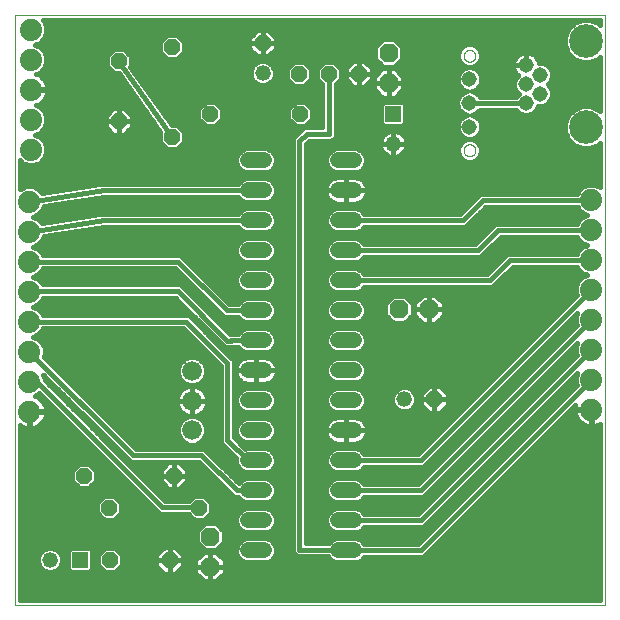
<source format=gbl>
G75*
%MOIN*%
%OFA0B0*%
%FSLAX25Y25*%
%IPPOS*%
%LPD*%
%AMOC8*
5,1,8,0,0,1.08239X$1,22.5*
%
%ADD10C,0.00000*%
%ADD11OC8,0.06300*%
%ADD12OC8,0.05200*%
%ADD13C,0.05200*%
%ADD14C,0.05200*%
%ADD15R,0.05200X0.05200*%
%ADD16C,0.07400*%
%ADD17C,0.05150*%
%ADD18C,0.11220*%
%ADD19C,0.06600*%
%ADD20C,0.01600*%
D10*
X0001800Y0001800D02*
X0001800Y0198650D01*
X0198650Y0198650D01*
X0198650Y0001800D01*
X0001800Y0001800D01*
X0151406Y0153454D02*
X0151408Y0153542D01*
X0151414Y0153630D01*
X0151424Y0153718D01*
X0151438Y0153806D01*
X0151455Y0153892D01*
X0151477Y0153978D01*
X0151502Y0154062D01*
X0151532Y0154146D01*
X0151564Y0154228D01*
X0151601Y0154308D01*
X0151641Y0154387D01*
X0151685Y0154464D01*
X0151732Y0154539D01*
X0151782Y0154611D01*
X0151836Y0154682D01*
X0151892Y0154749D01*
X0151952Y0154815D01*
X0152014Y0154877D01*
X0152080Y0154937D01*
X0152147Y0154993D01*
X0152218Y0155047D01*
X0152290Y0155097D01*
X0152365Y0155144D01*
X0152442Y0155188D01*
X0152521Y0155228D01*
X0152601Y0155265D01*
X0152683Y0155297D01*
X0152767Y0155327D01*
X0152851Y0155352D01*
X0152937Y0155374D01*
X0153023Y0155391D01*
X0153111Y0155405D01*
X0153199Y0155415D01*
X0153287Y0155421D01*
X0153375Y0155423D01*
X0153463Y0155421D01*
X0153551Y0155415D01*
X0153639Y0155405D01*
X0153727Y0155391D01*
X0153813Y0155374D01*
X0153899Y0155352D01*
X0153983Y0155327D01*
X0154067Y0155297D01*
X0154149Y0155265D01*
X0154229Y0155228D01*
X0154308Y0155188D01*
X0154385Y0155144D01*
X0154460Y0155097D01*
X0154532Y0155047D01*
X0154603Y0154993D01*
X0154670Y0154937D01*
X0154736Y0154877D01*
X0154798Y0154815D01*
X0154858Y0154749D01*
X0154914Y0154682D01*
X0154968Y0154611D01*
X0155018Y0154539D01*
X0155065Y0154464D01*
X0155109Y0154387D01*
X0155149Y0154308D01*
X0155186Y0154228D01*
X0155218Y0154146D01*
X0155248Y0154062D01*
X0155273Y0153978D01*
X0155295Y0153892D01*
X0155312Y0153806D01*
X0155326Y0153718D01*
X0155336Y0153630D01*
X0155342Y0153542D01*
X0155344Y0153454D01*
X0155342Y0153366D01*
X0155336Y0153278D01*
X0155326Y0153190D01*
X0155312Y0153102D01*
X0155295Y0153016D01*
X0155273Y0152930D01*
X0155248Y0152846D01*
X0155218Y0152762D01*
X0155186Y0152680D01*
X0155149Y0152600D01*
X0155109Y0152521D01*
X0155065Y0152444D01*
X0155018Y0152369D01*
X0154968Y0152297D01*
X0154914Y0152226D01*
X0154858Y0152159D01*
X0154798Y0152093D01*
X0154736Y0152031D01*
X0154670Y0151971D01*
X0154603Y0151915D01*
X0154532Y0151861D01*
X0154460Y0151811D01*
X0154385Y0151764D01*
X0154308Y0151720D01*
X0154229Y0151680D01*
X0154149Y0151643D01*
X0154067Y0151611D01*
X0153983Y0151581D01*
X0153899Y0151556D01*
X0153813Y0151534D01*
X0153727Y0151517D01*
X0153639Y0151503D01*
X0153551Y0151493D01*
X0153463Y0151487D01*
X0153375Y0151485D01*
X0153287Y0151487D01*
X0153199Y0151493D01*
X0153111Y0151503D01*
X0153023Y0151517D01*
X0152937Y0151534D01*
X0152851Y0151556D01*
X0152767Y0151581D01*
X0152683Y0151611D01*
X0152601Y0151643D01*
X0152521Y0151680D01*
X0152442Y0151720D01*
X0152365Y0151764D01*
X0152290Y0151811D01*
X0152218Y0151861D01*
X0152147Y0151915D01*
X0152080Y0151971D01*
X0152014Y0152031D01*
X0151952Y0152093D01*
X0151892Y0152159D01*
X0151836Y0152226D01*
X0151782Y0152297D01*
X0151732Y0152369D01*
X0151685Y0152444D01*
X0151641Y0152521D01*
X0151601Y0152600D01*
X0151564Y0152680D01*
X0151532Y0152762D01*
X0151502Y0152846D01*
X0151477Y0152930D01*
X0151455Y0153016D01*
X0151438Y0153102D01*
X0151424Y0153190D01*
X0151414Y0153278D01*
X0151408Y0153366D01*
X0151406Y0153454D01*
X0151800Y0161328D02*
X0151802Y0161407D01*
X0151808Y0161486D01*
X0151818Y0161565D01*
X0151832Y0161643D01*
X0151849Y0161720D01*
X0151871Y0161796D01*
X0151896Y0161871D01*
X0151926Y0161944D01*
X0151958Y0162016D01*
X0151995Y0162087D01*
X0152035Y0162155D01*
X0152078Y0162221D01*
X0152124Y0162285D01*
X0152174Y0162347D01*
X0152227Y0162406D01*
X0152282Y0162462D01*
X0152341Y0162516D01*
X0152402Y0162566D01*
X0152465Y0162614D01*
X0152531Y0162658D01*
X0152599Y0162699D01*
X0152669Y0162736D01*
X0152740Y0162770D01*
X0152814Y0162800D01*
X0152888Y0162826D01*
X0152964Y0162848D01*
X0153041Y0162867D01*
X0153119Y0162882D01*
X0153197Y0162893D01*
X0153276Y0162900D01*
X0153355Y0162903D01*
X0153434Y0162902D01*
X0153513Y0162897D01*
X0153592Y0162888D01*
X0153670Y0162875D01*
X0153747Y0162858D01*
X0153824Y0162838D01*
X0153899Y0162813D01*
X0153973Y0162785D01*
X0154046Y0162753D01*
X0154116Y0162718D01*
X0154185Y0162679D01*
X0154252Y0162636D01*
X0154317Y0162590D01*
X0154379Y0162542D01*
X0154439Y0162490D01*
X0154496Y0162435D01*
X0154550Y0162377D01*
X0154601Y0162317D01*
X0154649Y0162254D01*
X0154694Y0162189D01*
X0154736Y0162121D01*
X0154774Y0162052D01*
X0154808Y0161981D01*
X0154839Y0161908D01*
X0154867Y0161833D01*
X0154890Y0161758D01*
X0154910Y0161681D01*
X0154926Y0161604D01*
X0154938Y0161525D01*
X0154946Y0161447D01*
X0154950Y0161368D01*
X0154950Y0161288D01*
X0154946Y0161209D01*
X0154938Y0161131D01*
X0154926Y0161052D01*
X0154910Y0160975D01*
X0154890Y0160898D01*
X0154867Y0160823D01*
X0154839Y0160748D01*
X0154808Y0160675D01*
X0154774Y0160604D01*
X0154736Y0160535D01*
X0154694Y0160467D01*
X0154649Y0160402D01*
X0154601Y0160339D01*
X0154550Y0160279D01*
X0154496Y0160221D01*
X0154439Y0160166D01*
X0154379Y0160114D01*
X0154317Y0160066D01*
X0154252Y0160020D01*
X0154185Y0159977D01*
X0154116Y0159938D01*
X0154046Y0159903D01*
X0153973Y0159871D01*
X0153899Y0159843D01*
X0153824Y0159818D01*
X0153747Y0159798D01*
X0153670Y0159781D01*
X0153592Y0159768D01*
X0153513Y0159759D01*
X0153434Y0159754D01*
X0153355Y0159753D01*
X0153276Y0159756D01*
X0153197Y0159763D01*
X0153119Y0159774D01*
X0153041Y0159789D01*
X0152964Y0159808D01*
X0152888Y0159830D01*
X0152814Y0159856D01*
X0152740Y0159886D01*
X0152669Y0159920D01*
X0152599Y0159957D01*
X0152531Y0159998D01*
X0152465Y0160042D01*
X0152402Y0160090D01*
X0152341Y0160140D01*
X0152282Y0160194D01*
X0152227Y0160250D01*
X0152174Y0160309D01*
X0152124Y0160371D01*
X0152078Y0160435D01*
X0152035Y0160501D01*
X0151995Y0160569D01*
X0151958Y0160640D01*
X0151926Y0160712D01*
X0151896Y0160785D01*
X0151871Y0160860D01*
X0151849Y0160936D01*
X0151832Y0161013D01*
X0151818Y0161091D01*
X0151808Y0161170D01*
X0151802Y0161249D01*
X0151800Y0161328D01*
X0151800Y0169202D02*
X0151802Y0169281D01*
X0151808Y0169360D01*
X0151818Y0169439D01*
X0151832Y0169517D01*
X0151849Y0169594D01*
X0151871Y0169670D01*
X0151896Y0169745D01*
X0151926Y0169818D01*
X0151958Y0169890D01*
X0151995Y0169961D01*
X0152035Y0170029D01*
X0152078Y0170095D01*
X0152124Y0170159D01*
X0152174Y0170221D01*
X0152227Y0170280D01*
X0152282Y0170336D01*
X0152341Y0170390D01*
X0152402Y0170440D01*
X0152465Y0170488D01*
X0152531Y0170532D01*
X0152599Y0170573D01*
X0152669Y0170610D01*
X0152740Y0170644D01*
X0152814Y0170674D01*
X0152888Y0170700D01*
X0152964Y0170722D01*
X0153041Y0170741D01*
X0153119Y0170756D01*
X0153197Y0170767D01*
X0153276Y0170774D01*
X0153355Y0170777D01*
X0153434Y0170776D01*
X0153513Y0170771D01*
X0153592Y0170762D01*
X0153670Y0170749D01*
X0153747Y0170732D01*
X0153824Y0170712D01*
X0153899Y0170687D01*
X0153973Y0170659D01*
X0154046Y0170627D01*
X0154116Y0170592D01*
X0154185Y0170553D01*
X0154252Y0170510D01*
X0154317Y0170464D01*
X0154379Y0170416D01*
X0154439Y0170364D01*
X0154496Y0170309D01*
X0154550Y0170251D01*
X0154601Y0170191D01*
X0154649Y0170128D01*
X0154694Y0170063D01*
X0154736Y0169995D01*
X0154774Y0169926D01*
X0154808Y0169855D01*
X0154839Y0169782D01*
X0154867Y0169707D01*
X0154890Y0169632D01*
X0154910Y0169555D01*
X0154926Y0169478D01*
X0154938Y0169399D01*
X0154946Y0169321D01*
X0154950Y0169242D01*
X0154950Y0169162D01*
X0154946Y0169083D01*
X0154938Y0169005D01*
X0154926Y0168926D01*
X0154910Y0168849D01*
X0154890Y0168772D01*
X0154867Y0168697D01*
X0154839Y0168622D01*
X0154808Y0168549D01*
X0154774Y0168478D01*
X0154736Y0168409D01*
X0154694Y0168341D01*
X0154649Y0168276D01*
X0154601Y0168213D01*
X0154550Y0168153D01*
X0154496Y0168095D01*
X0154439Y0168040D01*
X0154379Y0167988D01*
X0154317Y0167940D01*
X0154252Y0167894D01*
X0154185Y0167851D01*
X0154116Y0167812D01*
X0154046Y0167777D01*
X0153973Y0167745D01*
X0153899Y0167717D01*
X0153824Y0167692D01*
X0153747Y0167672D01*
X0153670Y0167655D01*
X0153592Y0167642D01*
X0153513Y0167633D01*
X0153434Y0167628D01*
X0153355Y0167627D01*
X0153276Y0167630D01*
X0153197Y0167637D01*
X0153119Y0167648D01*
X0153041Y0167663D01*
X0152964Y0167682D01*
X0152888Y0167704D01*
X0152814Y0167730D01*
X0152740Y0167760D01*
X0152669Y0167794D01*
X0152599Y0167831D01*
X0152531Y0167872D01*
X0152465Y0167916D01*
X0152402Y0167964D01*
X0152341Y0168014D01*
X0152282Y0168068D01*
X0152227Y0168124D01*
X0152174Y0168183D01*
X0152124Y0168245D01*
X0152078Y0168309D01*
X0152035Y0168375D01*
X0151995Y0168443D01*
X0151958Y0168514D01*
X0151926Y0168586D01*
X0151896Y0168659D01*
X0151871Y0168734D01*
X0151849Y0168810D01*
X0151832Y0168887D01*
X0151818Y0168965D01*
X0151808Y0169044D01*
X0151802Y0169123D01*
X0151800Y0169202D01*
X0151800Y0177076D02*
X0151802Y0177155D01*
X0151808Y0177234D01*
X0151818Y0177313D01*
X0151832Y0177391D01*
X0151849Y0177468D01*
X0151871Y0177544D01*
X0151896Y0177619D01*
X0151926Y0177692D01*
X0151958Y0177764D01*
X0151995Y0177835D01*
X0152035Y0177903D01*
X0152078Y0177969D01*
X0152124Y0178033D01*
X0152174Y0178095D01*
X0152227Y0178154D01*
X0152282Y0178210D01*
X0152341Y0178264D01*
X0152402Y0178314D01*
X0152465Y0178362D01*
X0152531Y0178406D01*
X0152599Y0178447D01*
X0152669Y0178484D01*
X0152740Y0178518D01*
X0152814Y0178548D01*
X0152888Y0178574D01*
X0152964Y0178596D01*
X0153041Y0178615D01*
X0153119Y0178630D01*
X0153197Y0178641D01*
X0153276Y0178648D01*
X0153355Y0178651D01*
X0153434Y0178650D01*
X0153513Y0178645D01*
X0153592Y0178636D01*
X0153670Y0178623D01*
X0153747Y0178606D01*
X0153824Y0178586D01*
X0153899Y0178561D01*
X0153973Y0178533D01*
X0154046Y0178501D01*
X0154116Y0178466D01*
X0154185Y0178427D01*
X0154252Y0178384D01*
X0154317Y0178338D01*
X0154379Y0178290D01*
X0154439Y0178238D01*
X0154496Y0178183D01*
X0154550Y0178125D01*
X0154601Y0178065D01*
X0154649Y0178002D01*
X0154694Y0177937D01*
X0154736Y0177869D01*
X0154774Y0177800D01*
X0154808Y0177729D01*
X0154839Y0177656D01*
X0154867Y0177581D01*
X0154890Y0177506D01*
X0154910Y0177429D01*
X0154926Y0177352D01*
X0154938Y0177273D01*
X0154946Y0177195D01*
X0154950Y0177116D01*
X0154950Y0177036D01*
X0154946Y0176957D01*
X0154938Y0176879D01*
X0154926Y0176800D01*
X0154910Y0176723D01*
X0154890Y0176646D01*
X0154867Y0176571D01*
X0154839Y0176496D01*
X0154808Y0176423D01*
X0154774Y0176352D01*
X0154736Y0176283D01*
X0154694Y0176215D01*
X0154649Y0176150D01*
X0154601Y0176087D01*
X0154550Y0176027D01*
X0154496Y0175969D01*
X0154439Y0175914D01*
X0154379Y0175862D01*
X0154317Y0175814D01*
X0154252Y0175768D01*
X0154185Y0175725D01*
X0154116Y0175686D01*
X0154046Y0175651D01*
X0153973Y0175619D01*
X0153899Y0175591D01*
X0153824Y0175566D01*
X0153747Y0175546D01*
X0153670Y0175529D01*
X0153592Y0175516D01*
X0153513Y0175507D01*
X0153434Y0175502D01*
X0153355Y0175501D01*
X0153276Y0175504D01*
X0153197Y0175511D01*
X0153119Y0175522D01*
X0153041Y0175537D01*
X0152964Y0175556D01*
X0152888Y0175578D01*
X0152814Y0175604D01*
X0152740Y0175634D01*
X0152669Y0175668D01*
X0152599Y0175705D01*
X0152531Y0175746D01*
X0152465Y0175790D01*
X0152402Y0175838D01*
X0152341Y0175888D01*
X0152282Y0175942D01*
X0152227Y0175998D01*
X0152174Y0176057D01*
X0152124Y0176119D01*
X0152078Y0176183D01*
X0152035Y0176249D01*
X0151995Y0176317D01*
X0151958Y0176388D01*
X0151926Y0176460D01*
X0151896Y0176533D01*
X0151871Y0176608D01*
X0151849Y0176684D01*
X0151832Y0176761D01*
X0151818Y0176839D01*
X0151808Y0176918D01*
X0151802Y0176997D01*
X0151800Y0177076D01*
X0151406Y0184950D02*
X0151408Y0185038D01*
X0151414Y0185126D01*
X0151424Y0185214D01*
X0151438Y0185302D01*
X0151455Y0185388D01*
X0151477Y0185474D01*
X0151502Y0185558D01*
X0151532Y0185642D01*
X0151564Y0185724D01*
X0151601Y0185804D01*
X0151641Y0185883D01*
X0151685Y0185960D01*
X0151732Y0186035D01*
X0151782Y0186107D01*
X0151836Y0186178D01*
X0151892Y0186245D01*
X0151952Y0186311D01*
X0152014Y0186373D01*
X0152080Y0186433D01*
X0152147Y0186489D01*
X0152218Y0186543D01*
X0152290Y0186593D01*
X0152365Y0186640D01*
X0152442Y0186684D01*
X0152521Y0186724D01*
X0152601Y0186761D01*
X0152683Y0186793D01*
X0152767Y0186823D01*
X0152851Y0186848D01*
X0152937Y0186870D01*
X0153023Y0186887D01*
X0153111Y0186901D01*
X0153199Y0186911D01*
X0153287Y0186917D01*
X0153375Y0186919D01*
X0153463Y0186917D01*
X0153551Y0186911D01*
X0153639Y0186901D01*
X0153727Y0186887D01*
X0153813Y0186870D01*
X0153899Y0186848D01*
X0153983Y0186823D01*
X0154067Y0186793D01*
X0154149Y0186761D01*
X0154229Y0186724D01*
X0154308Y0186684D01*
X0154385Y0186640D01*
X0154460Y0186593D01*
X0154532Y0186543D01*
X0154603Y0186489D01*
X0154670Y0186433D01*
X0154736Y0186373D01*
X0154798Y0186311D01*
X0154858Y0186245D01*
X0154914Y0186178D01*
X0154968Y0186107D01*
X0155018Y0186035D01*
X0155065Y0185960D01*
X0155109Y0185883D01*
X0155149Y0185804D01*
X0155186Y0185724D01*
X0155218Y0185642D01*
X0155248Y0185558D01*
X0155273Y0185474D01*
X0155295Y0185388D01*
X0155312Y0185302D01*
X0155326Y0185214D01*
X0155336Y0185126D01*
X0155342Y0185038D01*
X0155344Y0184950D01*
X0155342Y0184862D01*
X0155336Y0184774D01*
X0155326Y0184686D01*
X0155312Y0184598D01*
X0155295Y0184512D01*
X0155273Y0184426D01*
X0155248Y0184342D01*
X0155218Y0184258D01*
X0155186Y0184176D01*
X0155149Y0184096D01*
X0155109Y0184017D01*
X0155065Y0183940D01*
X0155018Y0183865D01*
X0154968Y0183793D01*
X0154914Y0183722D01*
X0154858Y0183655D01*
X0154798Y0183589D01*
X0154736Y0183527D01*
X0154670Y0183467D01*
X0154603Y0183411D01*
X0154532Y0183357D01*
X0154460Y0183307D01*
X0154385Y0183260D01*
X0154308Y0183216D01*
X0154229Y0183176D01*
X0154149Y0183139D01*
X0154067Y0183107D01*
X0153983Y0183077D01*
X0153899Y0183052D01*
X0153813Y0183030D01*
X0153727Y0183013D01*
X0153639Y0182999D01*
X0153551Y0182989D01*
X0153463Y0182983D01*
X0153375Y0182981D01*
X0153287Y0182983D01*
X0153199Y0182989D01*
X0153111Y0182999D01*
X0153023Y0183013D01*
X0152937Y0183030D01*
X0152851Y0183052D01*
X0152767Y0183077D01*
X0152683Y0183107D01*
X0152601Y0183139D01*
X0152521Y0183176D01*
X0152442Y0183216D01*
X0152365Y0183260D01*
X0152290Y0183307D01*
X0152218Y0183357D01*
X0152147Y0183411D01*
X0152080Y0183467D01*
X0152014Y0183527D01*
X0151952Y0183589D01*
X0151892Y0183655D01*
X0151836Y0183722D01*
X0151782Y0183793D01*
X0151732Y0183865D01*
X0151685Y0183940D01*
X0151641Y0184017D01*
X0151601Y0184096D01*
X0151564Y0184176D01*
X0151532Y0184258D01*
X0151502Y0184342D01*
X0151477Y0184426D01*
X0151455Y0184512D01*
X0151438Y0184598D01*
X0151424Y0184686D01*
X0151414Y0184774D01*
X0151408Y0184862D01*
X0151406Y0184950D01*
D11*
X0126406Y0185894D03*
X0126406Y0175894D03*
X0129910Y0100422D03*
X0139910Y0100422D03*
X0066957Y0024674D03*
X0066957Y0014674D03*
D12*
X0053414Y0016761D03*
X0033414Y0016761D03*
X0033257Y0034359D03*
X0024831Y0044989D03*
X0054831Y0044989D03*
X0063257Y0034359D03*
X0141643Y0070383D03*
X0054280Y0157824D03*
X0067036Y0165698D03*
X0054280Y0187824D03*
X0036446Y0183099D03*
X0036446Y0163099D03*
X0084398Y0189123D03*
X0096524Y0178965D03*
X0106524Y0178965D03*
X0116524Y0178965D03*
X0097036Y0165698D03*
D13*
X0084398Y0179123D03*
X0127981Y0155619D03*
X0131643Y0070383D03*
X0013572Y0016957D03*
D14*
X0079672Y0020068D02*
X0084872Y0020068D01*
X0084872Y0030068D02*
X0079672Y0030068D01*
X0079672Y0040068D02*
X0084872Y0040068D01*
X0084872Y0050068D02*
X0079672Y0050068D01*
X0079672Y0060068D02*
X0084872Y0060068D01*
X0084872Y0070068D02*
X0079672Y0070068D01*
X0079672Y0080068D02*
X0084872Y0080068D01*
X0084872Y0090068D02*
X0079672Y0090068D01*
X0079672Y0100068D02*
X0084872Y0100068D01*
X0084872Y0110068D02*
X0079672Y0110068D01*
X0079672Y0120068D02*
X0084872Y0120068D01*
X0084872Y0130068D02*
X0079672Y0130068D01*
X0079672Y0140068D02*
X0084872Y0140068D01*
X0084872Y0150068D02*
X0079672Y0150068D01*
X0109672Y0150068D02*
X0114872Y0150068D01*
X0114872Y0140068D02*
X0109672Y0140068D01*
X0109672Y0130068D02*
X0114872Y0130068D01*
X0114872Y0120068D02*
X0109672Y0120068D01*
X0109672Y0110068D02*
X0114872Y0110068D01*
X0114872Y0100068D02*
X0109672Y0100068D01*
X0109672Y0090068D02*
X0114872Y0090068D01*
X0114872Y0080068D02*
X0109672Y0080068D01*
X0109672Y0070068D02*
X0114872Y0070068D01*
X0114872Y0060068D02*
X0109672Y0060068D01*
X0109672Y0050068D02*
X0114872Y0050068D01*
X0114872Y0040068D02*
X0109672Y0040068D01*
X0109672Y0030068D02*
X0114872Y0030068D01*
X0114872Y0020068D02*
X0109672Y0020068D01*
D15*
X0023572Y0016957D03*
X0127981Y0165619D03*
D16*
X0193926Y0136911D03*
X0193926Y0126911D03*
X0193926Y0116911D03*
X0193926Y0106911D03*
X0193926Y0096911D03*
X0193926Y0086911D03*
X0193926Y0076911D03*
X0193926Y0066911D03*
X0006706Y0066367D03*
X0006706Y0076367D03*
X0006706Y0086367D03*
X0006706Y0096367D03*
X0006706Y0106367D03*
X0006706Y0116367D03*
X0006706Y0126367D03*
X0006706Y0136367D03*
X0007202Y0153690D03*
X0007202Y0163690D03*
X0007202Y0173690D03*
X0007202Y0183690D03*
X0007202Y0193690D03*
D17*
X0153375Y0177076D03*
X0153375Y0169202D03*
X0153375Y0161328D03*
X0172233Y0169162D03*
X0176957Y0172312D03*
X0172233Y0175461D03*
X0176957Y0178611D03*
X0172233Y0181761D03*
D18*
X0192312Y0189831D03*
X0192312Y0161091D03*
D19*
X0060855Y0079753D03*
X0060855Y0069910D03*
X0060855Y0060068D03*
D20*
X0063584Y0056149D02*
X0070466Y0056149D01*
X0070466Y0056007D02*
X0075672Y0050801D01*
X0075672Y0049272D01*
X0076281Y0047802D01*
X0077407Y0046677D01*
X0078877Y0046068D01*
X0085668Y0046068D01*
X0087138Y0046677D01*
X0088263Y0047802D01*
X0088872Y0049272D01*
X0088872Y0050863D01*
X0088263Y0052334D01*
X0087138Y0053459D01*
X0085668Y0054068D01*
X0078877Y0054068D01*
X0078701Y0053995D01*
X0074866Y0057829D01*
X0074866Y0083420D01*
X0073577Y0084709D01*
X0059798Y0098488D01*
X0011347Y0098488D01*
X0011029Y0099256D01*
X0009594Y0100690D01*
X0007961Y0101367D01*
X0009594Y0102043D01*
X0011029Y0103478D01*
X0011380Y0104324D01*
X0055219Y0104324D01*
X0070466Y0089078D01*
X0071755Y0087789D01*
X0074759Y0087789D01*
X0074837Y0087868D01*
X0076254Y0087868D01*
X0076281Y0087802D01*
X0077407Y0086677D01*
X0078877Y0086068D01*
X0085668Y0086068D01*
X0087138Y0086677D01*
X0088263Y0087802D01*
X0088872Y0089272D01*
X0088872Y0090863D01*
X0088263Y0092334D01*
X0087138Y0093459D01*
X0085668Y0094068D01*
X0078877Y0094068D01*
X0077407Y0093459D01*
X0076281Y0092334D01*
X0076254Y0092268D01*
X0073499Y0092268D01*
X0057042Y0108724D01*
X0011249Y0108724D01*
X0011029Y0109256D01*
X0009594Y0110690D01*
X0007961Y0111367D01*
X0009594Y0112043D01*
X0011029Y0113478D01*
X0011314Y0114167D01*
X0055219Y0114167D01*
X0070230Y0099156D01*
X0071519Y0097868D01*
X0076254Y0097868D01*
X0076281Y0097802D01*
X0077407Y0096677D01*
X0078877Y0096068D01*
X0085668Y0096068D01*
X0087138Y0096677D01*
X0088263Y0097802D01*
X0088872Y0099272D01*
X0088872Y0100863D01*
X0088263Y0102334D01*
X0087138Y0103459D01*
X0085668Y0104068D01*
X0078877Y0104068D01*
X0077407Y0103459D01*
X0076281Y0102334D01*
X0076254Y0102268D01*
X0073341Y0102268D01*
X0057042Y0118567D01*
X0011314Y0118567D01*
X0011029Y0119256D01*
X0009594Y0120690D01*
X0007961Y0121367D01*
X0009594Y0122043D01*
X0011029Y0123478D01*
X0011609Y0124877D01*
X0031570Y0127868D01*
X0076254Y0127868D01*
X0076281Y0127802D01*
X0077407Y0126677D01*
X0078877Y0126068D01*
X0085668Y0126068D01*
X0087138Y0126677D01*
X0088263Y0127802D01*
X0088872Y0129272D01*
X0088872Y0130863D01*
X0088263Y0132334D01*
X0087138Y0133459D01*
X0085668Y0134068D01*
X0078877Y0134068D01*
X0077407Y0133459D01*
X0076281Y0132334D01*
X0076254Y0132268D01*
X0032131Y0132268D01*
X0031982Y0132378D01*
X0031242Y0132268D01*
X0030495Y0132268D01*
X0030363Y0132136D01*
X0011036Y0129240D01*
X0011029Y0129256D01*
X0009594Y0130690D01*
X0007961Y0131367D01*
X0009594Y0132043D01*
X0011029Y0133478D01*
X0011609Y0134877D01*
X0031570Y0137868D01*
X0076254Y0137868D01*
X0076281Y0137802D01*
X0077407Y0136677D01*
X0078877Y0136068D01*
X0085668Y0136068D01*
X0087138Y0136677D01*
X0088263Y0137802D01*
X0088872Y0139272D01*
X0094482Y0139272D01*
X0094482Y0140870D02*
X0088869Y0140870D01*
X0088872Y0140863D02*
X0088263Y0142334D01*
X0087138Y0143459D01*
X0085668Y0144068D01*
X0078877Y0144068D01*
X0077407Y0143459D01*
X0076281Y0142334D01*
X0076254Y0142268D01*
X0032131Y0142268D01*
X0031982Y0142378D01*
X0031242Y0142268D01*
X0030495Y0142268D01*
X0030363Y0142136D01*
X0011036Y0139240D01*
X0011029Y0139256D01*
X0009594Y0140690D01*
X0007720Y0141467D01*
X0005691Y0141467D01*
X0003817Y0140690D01*
X0003600Y0140474D01*
X0003600Y0150079D01*
X0004313Y0149366D01*
X0006187Y0148590D01*
X0008216Y0148590D01*
X0010090Y0149366D01*
X0011525Y0150801D01*
X0012302Y0152675D01*
X0012302Y0154704D01*
X0011525Y0156579D01*
X0010090Y0158013D01*
X0008457Y0158690D01*
X0010090Y0159366D01*
X0011525Y0160801D01*
X0012302Y0162675D01*
X0012302Y0164704D01*
X0011525Y0166579D01*
X0010090Y0168013D01*
X0008965Y0168480D01*
X0009313Y0168593D01*
X0010084Y0168986D01*
X0010785Y0169495D01*
X0011397Y0170107D01*
X0011906Y0170807D01*
X0012299Y0171578D01*
X0012566Y0172402D01*
X0012702Y0173257D01*
X0012702Y0173490D01*
X0007402Y0173490D01*
X0007402Y0173890D01*
X0012702Y0173890D01*
X0012702Y0174123D01*
X0012566Y0174978D01*
X0012299Y0175801D01*
X0011906Y0176572D01*
X0011397Y0177273D01*
X0010785Y0177885D01*
X0010084Y0178394D01*
X0009313Y0178787D01*
X0008965Y0178900D01*
X0010090Y0179366D01*
X0011525Y0180801D01*
X0012302Y0182675D01*
X0012302Y0184704D01*
X0011525Y0186579D01*
X0010090Y0188013D01*
X0008457Y0188690D01*
X0010090Y0189366D01*
X0011525Y0190801D01*
X0012302Y0192675D01*
X0012302Y0194704D01*
X0011525Y0196579D01*
X0011253Y0196850D01*
X0196850Y0196850D01*
X0196850Y0195207D01*
X0196283Y0195774D01*
X0193706Y0196842D01*
X0190917Y0196842D01*
X0188341Y0195774D01*
X0186369Y0193802D01*
X0185302Y0191226D01*
X0185302Y0188437D01*
X0186369Y0185861D01*
X0188341Y0183889D01*
X0190917Y0182821D01*
X0193706Y0182821D01*
X0196283Y0183889D01*
X0196850Y0184456D01*
X0196850Y0166467D01*
X0196283Y0167034D01*
X0193706Y0168102D01*
X0190917Y0168102D01*
X0188341Y0167034D01*
X0186369Y0165062D01*
X0185302Y0162486D01*
X0185302Y0159697D01*
X0186369Y0157120D01*
X0188341Y0155148D01*
X0190917Y0154081D01*
X0193706Y0154081D01*
X0196283Y0155148D01*
X0196850Y0155716D01*
X0196850Y0141199D01*
X0196815Y0141235D01*
X0194940Y0142011D01*
X0192912Y0142011D01*
X0191037Y0141235D01*
X0189602Y0139800D01*
X0189271Y0139000D01*
X0156889Y0139000D01*
X0150156Y0132268D01*
X0118291Y0132268D01*
X0118263Y0132334D01*
X0117138Y0133459D01*
X0115668Y0134068D01*
X0108877Y0134068D01*
X0107407Y0133459D01*
X0106281Y0132334D01*
X0105672Y0130863D01*
X0105672Y0129272D01*
X0106281Y0127802D01*
X0107407Y0126677D01*
X0108877Y0126068D01*
X0115668Y0126068D01*
X0117138Y0126677D01*
X0118263Y0127802D01*
X0118291Y0127868D01*
X0151979Y0127868D01*
X0153268Y0129156D01*
X0158711Y0134600D01*
X0189363Y0134600D01*
X0189602Y0134022D01*
X0191037Y0132587D01*
X0192670Y0131911D01*
X0191037Y0131235D01*
X0189602Y0129800D01*
X0189271Y0129000D01*
X0161889Y0129000D01*
X0155156Y0122268D01*
X0118291Y0122268D01*
X0118263Y0122334D01*
X0117138Y0123459D01*
X0115668Y0124068D01*
X0108877Y0124068D01*
X0107407Y0123459D01*
X0106281Y0122334D01*
X0105672Y0120863D01*
X0105672Y0119272D01*
X0106281Y0117802D01*
X0107407Y0116677D01*
X0108877Y0116068D01*
X0115668Y0116068D01*
X0117138Y0116677D01*
X0118263Y0117802D01*
X0118291Y0117868D01*
X0156979Y0117868D01*
X0158268Y0119156D01*
X0163711Y0124600D01*
X0189363Y0124600D01*
X0189602Y0124022D01*
X0191037Y0122587D01*
X0192670Y0121911D01*
X0191037Y0121235D01*
X0189602Y0119800D01*
X0189271Y0119000D01*
X0165889Y0119000D01*
X0159156Y0112268D01*
X0118291Y0112268D01*
X0118263Y0112334D01*
X0117138Y0113459D01*
X0115668Y0114068D01*
X0108877Y0114068D01*
X0107407Y0113459D01*
X0106281Y0112334D01*
X0105672Y0110863D01*
X0105672Y0109272D01*
X0106281Y0107802D01*
X0107407Y0106677D01*
X0108877Y0106068D01*
X0115668Y0106068D01*
X0117138Y0106677D01*
X0118263Y0107802D01*
X0118291Y0107868D01*
X0160979Y0107868D01*
X0162268Y0109156D01*
X0162268Y0109156D01*
X0167711Y0114600D01*
X0189363Y0114600D01*
X0189602Y0114022D01*
X0191037Y0112587D01*
X0192670Y0111911D01*
X0191037Y0111235D01*
X0189602Y0109800D01*
X0188826Y0107925D01*
X0188826Y0105897D01*
X0189111Y0105208D01*
X0136171Y0052268D01*
X0118291Y0052268D01*
X0118263Y0052334D01*
X0117138Y0053459D01*
X0115668Y0054068D01*
X0108877Y0054068D01*
X0107407Y0053459D01*
X0106281Y0052334D01*
X0105672Y0050863D01*
X0105672Y0049272D01*
X0106281Y0047802D01*
X0107407Y0046677D01*
X0108877Y0046068D01*
X0115668Y0046068D01*
X0117138Y0046677D01*
X0118263Y0047802D01*
X0118291Y0047868D01*
X0137994Y0047868D01*
X0139283Y0049156D01*
X0189373Y0099247D01*
X0188826Y0097925D01*
X0188826Y0095897D01*
X0189111Y0095208D01*
X0136171Y0042268D01*
X0118291Y0042268D01*
X0118263Y0042334D01*
X0117138Y0043459D01*
X0115668Y0044068D01*
X0108877Y0044068D01*
X0107407Y0043459D01*
X0106281Y0042334D01*
X0105672Y0040863D01*
X0105672Y0039272D01*
X0106281Y0037802D01*
X0107407Y0036677D01*
X0108877Y0036068D01*
X0115668Y0036068D01*
X0117138Y0036677D01*
X0118263Y0037802D01*
X0118291Y0037868D01*
X0137994Y0037868D01*
X0139283Y0039156D01*
X0189373Y0089247D01*
X0188826Y0087925D01*
X0188826Y0085897D01*
X0189111Y0085208D01*
X0136171Y0032268D01*
X0118291Y0032268D01*
X0118263Y0032334D01*
X0117138Y0033459D01*
X0115668Y0034068D01*
X0108877Y0034068D01*
X0107407Y0033459D01*
X0106281Y0032334D01*
X0105672Y0030863D01*
X0105672Y0029272D01*
X0106281Y0027802D01*
X0107407Y0026677D01*
X0108877Y0026068D01*
X0115668Y0026068D01*
X0117138Y0026677D01*
X0118263Y0027802D01*
X0118291Y0027868D01*
X0137994Y0027868D01*
X0139283Y0029156D01*
X0189373Y0079247D01*
X0188826Y0077925D01*
X0188826Y0075897D01*
X0189111Y0075208D01*
X0136171Y0022268D01*
X0118291Y0022268D01*
X0118263Y0022334D01*
X0117138Y0023459D01*
X0115668Y0024068D01*
X0108877Y0024068D01*
X0107407Y0023459D01*
X0106452Y0022504D01*
X0098882Y0022504D01*
X0098882Y0155613D01*
X0099955Y0156687D01*
X0107436Y0156687D01*
X0108724Y0157975D01*
X0108724Y0175509D01*
X0110524Y0177309D01*
X0110524Y0180622D01*
X0108181Y0182965D01*
X0104868Y0182965D01*
X0102524Y0180622D01*
X0102524Y0177309D01*
X0104324Y0175509D01*
X0104324Y0161087D01*
X0098133Y0161087D01*
X0096844Y0159798D01*
X0094482Y0157436D01*
X0094482Y0019393D01*
X0095771Y0018104D01*
X0106156Y0018104D01*
X0106281Y0017802D01*
X0107407Y0016677D01*
X0108877Y0016068D01*
X0115668Y0016068D01*
X0117138Y0016677D01*
X0118263Y0017802D01*
X0118291Y0017868D01*
X0137994Y0017868D01*
X0139283Y0019156D01*
X0188675Y0068549D01*
X0188561Y0068199D01*
X0188426Y0067344D01*
X0188426Y0067111D01*
X0193726Y0067111D01*
X0193726Y0066711D01*
X0194126Y0066711D01*
X0194126Y0061411D01*
X0194359Y0061411D01*
X0195214Y0061546D01*
X0196037Y0061814D01*
X0196809Y0062207D01*
X0196850Y0062237D01*
X0196850Y0003600D01*
X0003600Y0003600D01*
X0003600Y0061825D01*
X0003823Y0061663D01*
X0004594Y0061270D01*
X0005418Y0061002D01*
X0006273Y0060867D01*
X0006505Y0060867D01*
X0006505Y0066167D01*
X0006906Y0066167D01*
X0006906Y0066567D01*
X0012205Y0066567D01*
X0012205Y0066800D01*
X0012070Y0067655D01*
X0011803Y0068478D01*
X0011410Y0069250D01*
X0010901Y0069950D01*
X0010289Y0070562D01*
X0009588Y0071071D01*
X0008817Y0071464D01*
X0008469Y0071577D01*
X0009594Y0072043D01*
X0009965Y0072414D01*
X0050101Y0032277D01*
X0059682Y0032277D01*
X0061600Y0030359D01*
X0064914Y0030359D01*
X0067257Y0032702D01*
X0067257Y0036016D01*
X0064914Y0038359D01*
X0061600Y0038359D01*
X0059918Y0036677D01*
X0051924Y0036677D01*
X0011805Y0076796D01*
X0011805Y0077381D01*
X0011258Y0078703D01*
X0039072Y0050889D01*
X0040361Y0049600D01*
X0063093Y0049600D01*
X0073537Y0039156D01*
X0074826Y0037868D01*
X0076254Y0037868D01*
X0076281Y0037802D01*
X0077407Y0036677D01*
X0078877Y0036068D01*
X0085668Y0036068D01*
X0087138Y0036677D01*
X0088263Y0037802D01*
X0088872Y0039272D01*
X0088872Y0040863D01*
X0088263Y0042334D01*
X0087138Y0043459D01*
X0085668Y0044068D01*
X0078877Y0044068D01*
X0077407Y0043459D01*
X0076432Y0042484D01*
X0064916Y0054000D01*
X0042184Y0054000D01*
X0011520Y0084664D01*
X0011805Y0085352D01*
X0011805Y0087381D01*
X0011029Y0089256D01*
X0009594Y0090690D01*
X0007961Y0091367D01*
X0009594Y0092043D01*
X0011029Y0093478D01*
X0011282Y0094088D01*
X0057975Y0094088D01*
X0070466Y0081597D01*
X0070466Y0056007D01*
X0070466Y0057748D02*
X0064981Y0057748D01*
X0064840Y0057405D02*
X0065555Y0059133D01*
X0065555Y0061003D01*
X0064840Y0062730D01*
X0063517Y0064052D01*
X0061790Y0064768D01*
X0059920Y0064768D01*
X0058193Y0064052D01*
X0056871Y0062730D01*
X0056155Y0061003D01*
X0056155Y0059133D01*
X0056871Y0057405D01*
X0058193Y0056083D01*
X0059920Y0055368D01*
X0061790Y0055368D01*
X0063517Y0056083D01*
X0064840Y0057405D01*
X0065555Y0059346D02*
X0070466Y0059346D01*
X0070466Y0060945D02*
X0065555Y0060945D01*
X0064917Y0062543D02*
X0070466Y0062543D01*
X0070466Y0064142D02*
X0063301Y0064142D01*
X0062813Y0065184D02*
X0062049Y0064936D01*
X0061256Y0064810D01*
X0060941Y0064810D01*
X0060941Y0069824D01*
X0060769Y0069824D01*
X0060769Y0064810D01*
X0060454Y0064810D01*
X0059661Y0064936D01*
X0058897Y0065184D01*
X0058182Y0065548D01*
X0057533Y0066020D01*
X0056965Y0066588D01*
X0056493Y0067237D01*
X0056129Y0067953D01*
X0055881Y0068716D01*
X0055755Y0069509D01*
X0055755Y0069824D01*
X0060769Y0069824D01*
X0060769Y0069996D01*
X0055755Y0069996D01*
X0055755Y0070312D01*
X0055881Y0071104D01*
X0056129Y0071868D01*
X0056493Y0072583D01*
X0056965Y0073233D01*
X0057533Y0073800D01*
X0058182Y0074272D01*
X0058897Y0074637D01*
X0059661Y0074885D01*
X0060454Y0075010D01*
X0060769Y0075010D01*
X0060769Y0069996D01*
X0060941Y0069996D01*
X0065955Y0069996D01*
X0065955Y0070312D01*
X0065830Y0071104D01*
X0065581Y0071868D01*
X0065217Y0072583D01*
X0064745Y0073233D01*
X0064178Y0073800D01*
X0063528Y0074272D01*
X0062813Y0074637D01*
X0062049Y0074885D01*
X0061256Y0075010D01*
X0060941Y0075010D01*
X0060941Y0069996D01*
X0060941Y0069824D01*
X0065955Y0069824D01*
X0065955Y0069509D01*
X0065830Y0068716D01*
X0065581Y0067953D01*
X0065217Y0067237D01*
X0064745Y0066588D01*
X0064178Y0066020D01*
X0063528Y0065548D01*
X0062813Y0065184D01*
X0063793Y0065740D02*
X0070466Y0065740D01*
X0070466Y0067339D02*
X0065269Y0067339D01*
X0065865Y0068937D02*
X0070466Y0068937D01*
X0070466Y0070536D02*
X0065920Y0070536D01*
X0065446Y0072134D02*
X0070466Y0072134D01*
X0070466Y0073733D02*
X0064245Y0073733D01*
X0063517Y0075768D02*
X0061790Y0075053D01*
X0059920Y0075053D01*
X0058193Y0075768D01*
X0056871Y0077090D01*
X0056155Y0078818D01*
X0056155Y0080688D01*
X0056871Y0082415D01*
X0058193Y0083737D01*
X0059920Y0084453D01*
X0061790Y0084453D01*
X0063517Y0083737D01*
X0064840Y0082415D01*
X0065555Y0080688D01*
X0065555Y0078818D01*
X0064840Y0077090D01*
X0063517Y0075768D01*
X0062463Y0075332D02*
X0070466Y0075332D01*
X0070466Y0076930D02*
X0064679Y0076930D01*
X0065435Y0078529D02*
X0070466Y0078529D01*
X0070466Y0080127D02*
X0065555Y0080127D01*
X0065125Y0081726D02*
X0070338Y0081726D01*
X0068739Y0083324D02*
X0063931Y0083324D01*
X0065542Y0086521D02*
X0011805Y0086521D01*
X0011627Y0084923D02*
X0067141Y0084923D01*
X0070166Y0088120D02*
X0071424Y0088120D01*
X0071765Y0086521D02*
X0077782Y0086521D01*
X0078642Y0084359D02*
X0077983Y0084145D01*
X0077366Y0083831D01*
X0076806Y0083424D01*
X0076316Y0082934D01*
X0075909Y0082374D01*
X0075595Y0081757D01*
X0075381Y0081098D01*
X0075272Y0080414D01*
X0075272Y0080068D01*
X0082272Y0080068D01*
X0082272Y0080068D01*
X0082272Y0084468D01*
X0079326Y0084468D01*
X0078642Y0084359D01*
X0076706Y0083324D02*
X0074866Y0083324D01*
X0074866Y0081726D02*
X0075585Y0081726D01*
X0075272Y0080127D02*
X0074866Y0080127D01*
X0075272Y0080068D02*
X0075272Y0079721D01*
X0075381Y0079037D01*
X0075595Y0078379D01*
X0075909Y0077762D01*
X0076316Y0077201D01*
X0076806Y0076712D01*
X0077366Y0076305D01*
X0077983Y0075990D01*
X0078642Y0075776D01*
X0079326Y0075668D01*
X0082272Y0075668D01*
X0082272Y0080068D01*
X0082272Y0080068D01*
X0075272Y0080068D01*
X0075546Y0078529D02*
X0074866Y0078529D01*
X0074866Y0076930D02*
X0076588Y0076930D01*
X0074866Y0075332D02*
X0094482Y0075332D01*
X0094482Y0076930D02*
X0087957Y0076930D01*
X0087739Y0076712D02*
X0088229Y0077201D01*
X0088636Y0077762D01*
X0088950Y0078379D01*
X0089164Y0079037D01*
X0089272Y0079721D01*
X0089272Y0080068D01*
X0089272Y0080414D01*
X0089164Y0081098D01*
X0088950Y0081757D01*
X0088636Y0082374D01*
X0088229Y0082934D01*
X0087739Y0083424D01*
X0087179Y0083831D01*
X0086561Y0084145D01*
X0085903Y0084359D01*
X0085219Y0084468D01*
X0082272Y0084468D01*
X0082272Y0080068D01*
X0082272Y0080068D01*
X0082273Y0080068D02*
X0089272Y0080068D01*
X0082273Y0080068D01*
X0082273Y0080068D01*
X0082272Y0080068D02*
X0082272Y0075668D01*
X0085219Y0075668D01*
X0085903Y0075776D01*
X0086561Y0075990D01*
X0087179Y0076305D01*
X0087739Y0076712D01*
X0088999Y0078529D02*
X0094482Y0078529D01*
X0094482Y0080127D02*
X0089272Y0080127D01*
X0088960Y0081726D02*
X0094482Y0081726D01*
X0094482Y0083324D02*
X0087839Y0083324D01*
X0086763Y0086521D02*
X0094482Y0086521D01*
X0094482Y0084923D02*
X0073363Y0084923D01*
X0072666Y0082509D02*
X0072666Y0056918D01*
X0079517Y0050068D01*
X0082272Y0050068D01*
X0077692Y0046558D02*
X0072358Y0046558D01*
X0073956Y0044960D02*
X0094482Y0044960D01*
X0094482Y0046558D02*
X0086853Y0046558D01*
X0088410Y0048157D02*
X0094482Y0048157D01*
X0094482Y0049755D02*
X0088872Y0049755D01*
X0088669Y0051354D02*
X0094482Y0051354D01*
X0094482Y0052952D02*
X0087645Y0052952D01*
X0085668Y0056068D02*
X0087138Y0056677D01*
X0088263Y0057802D01*
X0088872Y0059272D01*
X0088872Y0060863D01*
X0088263Y0062334D01*
X0087138Y0063459D01*
X0085668Y0064068D01*
X0078877Y0064068D01*
X0077407Y0063459D01*
X0076281Y0062334D01*
X0075672Y0060863D01*
X0075672Y0059272D01*
X0076281Y0057802D01*
X0077407Y0056677D01*
X0078877Y0056068D01*
X0085668Y0056068D01*
X0085865Y0056149D02*
X0094482Y0056149D01*
X0094482Y0054551D02*
X0078145Y0054551D01*
X0078680Y0056149D02*
X0076546Y0056149D01*
X0076335Y0057748D02*
X0074948Y0057748D01*
X0074866Y0059346D02*
X0075672Y0059346D01*
X0075706Y0060945D02*
X0074866Y0060945D01*
X0074866Y0062543D02*
X0076491Y0062543D01*
X0074866Y0064142D02*
X0094482Y0064142D01*
X0094482Y0065740D02*
X0074866Y0065740D01*
X0074866Y0067339D02*
X0076744Y0067339D01*
X0076281Y0067802D02*
X0077407Y0066677D01*
X0078877Y0066068D01*
X0085668Y0066068D01*
X0087138Y0066677D01*
X0088263Y0067802D01*
X0088872Y0069272D01*
X0088872Y0070863D01*
X0088263Y0072334D01*
X0087138Y0073459D01*
X0085668Y0074068D01*
X0078877Y0074068D01*
X0077407Y0073459D01*
X0076281Y0072334D01*
X0075672Y0070863D01*
X0075672Y0069272D01*
X0076281Y0067802D01*
X0075811Y0068937D02*
X0074866Y0068937D01*
X0074866Y0070536D02*
X0075672Y0070536D01*
X0076199Y0072134D02*
X0074866Y0072134D01*
X0074866Y0073733D02*
X0078069Y0073733D01*
X0082272Y0076930D02*
X0082272Y0076930D01*
X0082272Y0078529D02*
X0082272Y0078529D01*
X0082272Y0080127D02*
X0082272Y0080127D01*
X0082272Y0081726D02*
X0082272Y0081726D01*
X0082272Y0083324D02*
X0082272Y0083324D01*
X0082272Y0090068D02*
X0073926Y0090068D01*
X0073847Y0089989D01*
X0072666Y0089989D01*
X0056131Y0106524D01*
X0006863Y0106524D01*
X0006706Y0106367D01*
X0011289Y0104105D02*
X0055439Y0104105D01*
X0057038Y0102506D02*
X0010057Y0102506D01*
X0009070Y0100908D02*
X0058636Y0100908D01*
X0060235Y0099309D02*
X0010976Y0099309D01*
X0006784Y0096288D02*
X0058887Y0096288D01*
X0072666Y0082509D01*
X0069826Y0089718D02*
X0068568Y0089718D01*
X0068227Y0091317D02*
X0066969Y0091317D01*
X0066629Y0092915D02*
X0065371Y0092915D01*
X0065030Y0094514D02*
X0063772Y0094514D01*
X0063432Y0096112D02*
X0062174Y0096112D01*
X0061833Y0097711D02*
X0060575Y0097711D01*
X0059148Y0092915D02*
X0010466Y0092915D01*
X0008083Y0091317D02*
X0060747Y0091317D01*
X0062345Y0089718D02*
X0010567Y0089718D01*
X0011500Y0088120D02*
X0063944Y0088120D01*
X0057780Y0083324D02*
X0012860Y0083324D01*
X0014458Y0081726D02*
X0056585Y0081726D01*
X0056155Y0080127D02*
X0016057Y0080127D01*
X0017655Y0078529D02*
X0056275Y0078529D01*
X0057031Y0076930D02*
X0019254Y0076930D01*
X0020852Y0075332D02*
X0059247Y0075332D01*
X0060769Y0073733D02*
X0060941Y0073733D01*
X0060941Y0072134D02*
X0060769Y0072134D01*
X0060769Y0070536D02*
X0060941Y0070536D01*
X0060941Y0068937D02*
X0060769Y0068937D01*
X0060769Y0067339D02*
X0060941Y0067339D01*
X0060941Y0065740D02*
X0060769Y0065740D01*
X0058409Y0064142D02*
X0032042Y0064142D01*
X0033640Y0062543D02*
X0056793Y0062543D01*
X0056155Y0060945D02*
X0035239Y0060945D01*
X0036837Y0059346D02*
X0056155Y0059346D01*
X0056729Y0057748D02*
X0038436Y0057748D01*
X0040034Y0056149D02*
X0058127Y0056149D01*
X0064005Y0051800D02*
X0075737Y0040068D01*
X0082272Y0040068D01*
X0077309Y0043361D02*
X0075555Y0043361D01*
X0072529Y0040164D02*
X0048437Y0040164D01*
X0050035Y0038566D02*
X0074128Y0038566D01*
X0070931Y0041763D02*
X0057828Y0041763D01*
X0056654Y0040589D02*
X0059231Y0043166D01*
X0059231Y0044989D01*
X0059231Y0046812D01*
X0056654Y0049389D01*
X0054832Y0049389D01*
X0054832Y0044989D01*
X0059231Y0044989D01*
X0054832Y0044989D01*
X0054832Y0044989D01*
X0054831Y0044989D01*
X0054831Y0044989D01*
X0050431Y0044989D01*
X0050431Y0046812D01*
X0053009Y0049389D01*
X0054831Y0049389D01*
X0054831Y0044989D01*
X0050431Y0044989D01*
X0050431Y0043166D01*
X0053009Y0040589D01*
X0054831Y0040589D01*
X0054831Y0044989D01*
X0054832Y0044989D01*
X0054832Y0040589D01*
X0056654Y0040589D01*
X0054832Y0041763D02*
X0054831Y0041763D01*
X0054831Y0043361D02*
X0054832Y0043361D01*
X0054831Y0044960D02*
X0054832Y0044960D01*
X0054831Y0046558D02*
X0054832Y0046558D01*
X0054831Y0048157D02*
X0054832Y0048157D01*
X0057886Y0048157D02*
X0064537Y0048157D01*
X0066135Y0046558D02*
X0059231Y0046558D01*
X0059231Y0044960D02*
X0067734Y0044960D01*
X0069332Y0043361D02*
X0059231Y0043361D01*
X0060208Y0036967D02*
X0051634Y0036967D01*
X0051013Y0034477D02*
X0009123Y0076367D01*
X0006706Y0076367D01*
X0011330Y0078529D02*
X0011433Y0078529D01*
X0011805Y0076930D02*
X0013031Y0076930D01*
X0013270Y0075332D02*
X0014630Y0075332D01*
X0014868Y0073733D02*
X0016228Y0073733D01*
X0016467Y0072134D02*
X0017827Y0072134D01*
X0018065Y0070536D02*
X0019425Y0070536D01*
X0019664Y0068937D02*
X0021024Y0068937D01*
X0021262Y0067339D02*
X0022622Y0067339D01*
X0022861Y0065740D02*
X0024221Y0065740D01*
X0024459Y0064142D02*
X0025819Y0064142D01*
X0026058Y0062543D02*
X0027418Y0062543D01*
X0027656Y0060945D02*
X0029016Y0060945D01*
X0029255Y0059346D02*
X0030615Y0059346D01*
X0030853Y0057748D02*
X0032213Y0057748D01*
X0032452Y0056149D02*
X0033812Y0056149D01*
X0034050Y0054551D02*
X0035410Y0054551D01*
X0035649Y0052952D02*
X0037009Y0052952D01*
X0037247Y0051354D02*
X0038607Y0051354D01*
X0038846Y0049755D02*
X0040206Y0049755D01*
X0040444Y0048157D02*
X0051777Y0048157D01*
X0050431Y0046558D02*
X0042043Y0046558D01*
X0043641Y0044960D02*
X0050431Y0044960D01*
X0050431Y0043361D02*
X0045240Y0043361D01*
X0046838Y0041763D02*
X0051835Y0041763D01*
X0051013Y0034477D02*
X0063139Y0034477D01*
X0063257Y0034359D01*
X0066305Y0036967D02*
X0077116Y0036967D01*
X0078159Y0033770D02*
X0067257Y0033770D01*
X0067257Y0035369D02*
X0094482Y0035369D01*
X0094482Y0036967D02*
X0087429Y0036967D01*
X0088580Y0038566D02*
X0094482Y0038566D01*
X0094482Y0040164D02*
X0088872Y0040164D01*
X0088500Y0041763D02*
X0094482Y0041763D01*
X0094482Y0043361D02*
X0087236Y0043361D01*
X0085668Y0034068D02*
X0078877Y0034068D01*
X0077407Y0033459D01*
X0076281Y0032334D01*
X0075672Y0030863D01*
X0075672Y0029272D01*
X0076281Y0027802D01*
X0077407Y0026677D01*
X0078877Y0026068D01*
X0085668Y0026068D01*
X0087138Y0026677D01*
X0088263Y0027802D01*
X0088872Y0029272D01*
X0088872Y0030863D01*
X0088263Y0032334D01*
X0087138Y0033459D01*
X0085668Y0034068D01*
X0086386Y0033770D02*
X0094482Y0033770D01*
X0094482Y0032172D02*
X0088330Y0032172D01*
X0088872Y0030573D02*
X0094482Y0030573D01*
X0094482Y0028975D02*
X0088749Y0028975D01*
X0087838Y0027376D02*
X0094482Y0027376D01*
X0094482Y0025778D02*
X0071507Y0025778D01*
X0071507Y0026559D02*
X0071507Y0022789D01*
X0068842Y0020124D01*
X0065073Y0020124D01*
X0062407Y0022789D01*
X0062407Y0026559D01*
X0065073Y0029224D01*
X0068842Y0029224D01*
X0071507Y0026559D01*
X0070690Y0027376D02*
X0076707Y0027376D01*
X0075796Y0028975D02*
X0069091Y0028975D01*
X0066726Y0032172D02*
X0076214Y0032172D01*
X0075672Y0030573D02*
X0065128Y0030573D01*
X0064823Y0028975D02*
X0003600Y0028975D01*
X0003600Y0030573D02*
X0031386Y0030573D01*
X0031600Y0030359D02*
X0034914Y0030359D01*
X0037257Y0032702D01*
X0037257Y0036016D01*
X0034914Y0038359D01*
X0031600Y0038359D01*
X0029257Y0036016D01*
X0029257Y0032702D01*
X0031600Y0030359D01*
X0029787Y0032172D02*
X0003600Y0032172D01*
X0003600Y0033770D02*
X0029257Y0033770D01*
X0029257Y0035369D02*
X0003600Y0035369D01*
X0003600Y0036967D02*
X0030208Y0036967D01*
X0026488Y0040989D02*
X0028831Y0043332D01*
X0028831Y0046646D01*
X0026488Y0048989D01*
X0023175Y0048989D01*
X0020831Y0046646D01*
X0020831Y0043332D01*
X0023175Y0040989D01*
X0026488Y0040989D01*
X0027262Y0041763D02*
X0040616Y0041763D01*
X0042214Y0040164D02*
X0003600Y0040164D01*
X0003600Y0038566D02*
X0043813Y0038566D01*
X0045411Y0036967D02*
X0036305Y0036967D01*
X0037257Y0035369D02*
X0047010Y0035369D01*
X0048608Y0033770D02*
X0037257Y0033770D01*
X0036726Y0032172D02*
X0059787Y0032172D01*
X0061386Y0030573D02*
X0035128Y0030573D01*
X0035071Y0020761D02*
X0031757Y0020761D01*
X0029414Y0018417D01*
X0029414Y0015104D01*
X0031757Y0012761D01*
X0035071Y0012761D01*
X0037414Y0015104D01*
X0037414Y0018417D01*
X0035071Y0020761D01*
X0036448Y0019384D02*
X0049815Y0019384D01*
X0049014Y0018583D02*
X0049014Y0016761D01*
X0053414Y0016761D01*
X0053414Y0021161D01*
X0051592Y0021161D01*
X0049014Y0018583D01*
X0049014Y0017785D02*
X0037414Y0017785D01*
X0037414Y0016187D02*
X0049014Y0016187D01*
X0049014Y0016761D02*
X0049014Y0014938D01*
X0051592Y0012361D01*
X0053414Y0012361D01*
X0053414Y0016760D01*
X0053414Y0016760D01*
X0053414Y0012361D01*
X0055237Y0012361D01*
X0057814Y0014938D01*
X0057814Y0016761D01*
X0057814Y0018583D01*
X0055237Y0021161D01*
X0053414Y0021161D01*
X0053414Y0016761D01*
X0053414Y0016761D01*
X0053414Y0016761D01*
X0057814Y0016761D01*
X0053414Y0016761D01*
X0053414Y0016761D01*
X0049014Y0016761D01*
X0049364Y0014588D02*
X0036898Y0014588D01*
X0035300Y0012990D02*
X0050963Y0012990D01*
X0053414Y0012990D02*
X0053414Y0012990D01*
X0053414Y0014588D02*
X0053414Y0014588D01*
X0053414Y0016187D02*
X0053414Y0016187D01*
X0053414Y0017785D02*
X0053414Y0017785D01*
X0053414Y0019384D02*
X0053414Y0019384D01*
X0053414Y0020982D02*
X0053414Y0020982D01*
X0051413Y0020982D02*
X0003600Y0020982D01*
X0003600Y0019384D02*
X0010341Y0019384D01*
X0010181Y0019223D02*
X0009572Y0017753D01*
X0009572Y0016162D01*
X0010181Y0014692D01*
X0011306Y0013566D01*
X0012776Y0012957D01*
X0014367Y0012957D01*
X0015837Y0013566D01*
X0016963Y0014692D01*
X0017572Y0016162D01*
X0017572Y0017753D01*
X0016963Y0019223D01*
X0015837Y0020349D01*
X0014367Y0020957D01*
X0012776Y0020957D01*
X0011306Y0020349D01*
X0010181Y0019223D01*
X0009585Y0017785D02*
X0003600Y0017785D01*
X0003600Y0016187D02*
X0009572Y0016187D01*
X0010284Y0014588D02*
X0003600Y0014588D01*
X0003600Y0012990D02*
X0012698Y0012990D01*
X0014445Y0012990D02*
X0020360Y0012990D01*
X0020392Y0012957D02*
X0026752Y0012957D01*
X0027572Y0013778D01*
X0027572Y0020137D01*
X0026752Y0020957D01*
X0020392Y0020957D01*
X0019572Y0020137D01*
X0019572Y0013778D01*
X0020392Y0012957D01*
X0019572Y0014588D02*
X0016859Y0014588D01*
X0017572Y0016187D02*
X0019572Y0016187D01*
X0019572Y0017785D02*
X0017558Y0017785D01*
X0016802Y0019384D02*
X0019572Y0019384D01*
X0026784Y0012990D02*
X0031528Y0012990D01*
X0029930Y0014588D02*
X0027572Y0014588D01*
X0027572Y0016187D02*
X0029414Y0016187D01*
X0029414Y0017785D02*
X0027572Y0017785D01*
X0027572Y0019384D02*
X0030380Y0019384D01*
X0022401Y0041763D02*
X0003600Y0041763D01*
X0003600Y0043361D02*
X0020831Y0043361D01*
X0020831Y0044960D02*
X0003600Y0044960D01*
X0003600Y0046558D02*
X0020831Y0046558D01*
X0022343Y0048157D02*
X0003600Y0048157D01*
X0003600Y0049755D02*
X0032623Y0049755D01*
X0034222Y0048157D02*
X0027320Y0048157D01*
X0028831Y0046558D02*
X0035820Y0046558D01*
X0037419Y0044960D02*
X0028831Y0044960D01*
X0028831Y0043361D02*
X0039017Y0043361D01*
X0041272Y0051800D02*
X0064005Y0051800D01*
X0065964Y0052952D02*
X0073521Y0052952D01*
X0075119Y0051354D02*
X0067562Y0051354D01*
X0069161Y0049755D02*
X0075672Y0049755D01*
X0076134Y0048157D02*
X0070759Y0048157D01*
X0071922Y0054551D02*
X0041633Y0054551D01*
X0041272Y0051800D02*
X0006706Y0086367D01*
X0006784Y0096288D02*
X0006706Y0096367D01*
X0011176Y0108900D02*
X0060486Y0108900D01*
X0062085Y0107302D02*
X0058465Y0107302D01*
X0060063Y0105703D02*
X0063683Y0105703D01*
X0065282Y0104105D02*
X0061662Y0104105D01*
X0063260Y0102506D02*
X0066880Y0102506D01*
X0068479Y0100908D02*
X0064859Y0100908D01*
X0066457Y0099309D02*
X0070077Y0099309D01*
X0072430Y0100068D02*
X0082272Y0100068D01*
X0078769Y0096112D02*
X0069654Y0096112D01*
X0068056Y0097711D02*
X0076373Y0097711D01*
X0072430Y0100068D02*
X0056131Y0116367D01*
X0006706Y0116367D01*
X0010195Y0120090D02*
X0075672Y0120090D01*
X0075672Y0120863D02*
X0075672Y0119272D01*
X0076281Y0117802D01*
X0077407Y0116677D01*
X0078877Y0116068D01*
X0085668Y0116068D01*
X0087138Y0116677D01*
X0088263Y0117802D01*
X0088872Y0119272D01*
X0088872Y0120863D01*
X0088263Y0122334D01*
X0087138Y0123459D01*
X0085668Y0124068D01*
X0078877Y0124068D01*
X0077407Y0123459D01*
X0076281Y0122334D01*
X0075672Y0120863D01*
X0076014Y0121688D02*
X0008737Y0121688D01*
X0010838Y0123287D02*
X0077235Y0123287D01*
X0077872Y0126484D02*
X0022334Y0126484D01*
X0024646Y0131279D02*
X0008173Y0131279D01*
X0010429Y0132878D02*
X0076826Y0132878D01*
X0078859Y0136075D02*
X0019604Y0136075D01*
X0021917Y0140870D02*
X0009160Y0140870D01*
X0011013Y0139272D02*
X0011247Y0139272D01*
X0011443Y0134476D02*
X0094482Y0134476D01*
X0094482Y0132878D02*
X0087719Y0132878D01*
X0088700Y0131279D02*
X0094482Y0131279D01*
X0094482Y0129681D02*
X0088872Y0129681D01*
X0088380Y0128082D02*
X0094482Y0128082D01*
X0094482Y0126484D02*
X0086673Y0126484D01*
X0087310Y0123287D02*
X0094482Y0123287D01*
X0094482Y0124885D02*
X0011665Y0124885D01*
X0010604Y0129681D02*
X0013977Y0129681D01*
X0006706Y0126367D02*
X0031406Y0130068D01*
X0082272Y0130068D01*
X0085686Y0136075D02*
X0094482Y0136075D01*
X0094482Y0137673D02*
X0088135Y0137673D01*
X0088872Y0139272D02*
X0088872Y0140863D01*
X0088128Y0142469D02*
X0094482Y0142469D01*
X0094482Y0144068D02*
X0085669Y0144068D01*
X0085668Y0146068D02*
X0087138Y0146677D01*
X0088263Y0147802D01*
X0088872Y0149272D01*
X0088872Y0150863D01*
X0088263Y0152334D01*
X0087138Y0153459D01*
X0085668Y0154068D01*
X0078877Y0154068D01*
X0077407Y0153459D01*
X0076281Y0152334D01*
X0075672Y0150863D01*
X0075672Y0149272D01*
X0076281Y0147802D01*
X0077407Y0146677D01*
X0078877Y0146068D01*
X0085668Y0146068D01*
X0087726Y0147265D02*
X0094482Y0147265D01*
X0094482Y0148863D02*
X0088703Y0148863D01*
X0088872Y0150462D02*
X0094482Y0150462D01*
X0094482Y0152060D02*
X0088377Y0152060D01*
X0086656Y0153659D02*
X0094482Y0153659D01*
X0094482Y0155257D02*
X0057371Y0155257D01*
X0058280Y0156167D02*
X0058280Y0159480D01*
X0055937Y0161824D01*
X0054148Y0161824D01*
X0040354Y0181350D01*
X0040446Y0181442D01*
X0040446Y0184756D01*
X0038103Y0187099D01*
X0034789Y0187099D01*
X0032446Y0184756D01*
X0032446Y0181442D01*
X0034789Y0179099D01*
X0036557Y0179099D01*
X0050360Y0159560D01*
X0050280Y0159480D01*
X0050280Y0156167D01*
X0052623Y0153824D01*
X0055937Y0153824D01*
X0058280Y0156167D01*
X0058280Y0156856D02*
X0094482Y0156856D01*
X0095500Y0158454D02*
X0058280Y0158454D01*
X0057708Y0160053D02*
X0097099Y0160053D01*
X0099044Y0158887D02*
X0096682Y0156524D01*
X0096682Y0020304D01*
X0112036Y0020304D01*
X0112272Y0020068D01*
X0137083Y0020068D01*
X0193926Y0076911D01*
X0188826Y0076930D02*
X0187056Y0076930D01*
X0185458Y0075332D02*
X0189060Y0075332D01*
X0187637Y0073733D02*
X0183859Y0073733D01*
X0182261Y0072134D02*
X0186038Y0072134D01*
X0184440Y0070536D02*
X0180662Y0070536D01*
X0179064Y0068937D02*
X0182841Y0068937D01*
X0181243Y0067339D02*
X0177465Y0067339D01*
X0175867Y0065740D02*
X0179644Y0065740D01*
X0178046Y0064142D02*
X0174268Y0064142D01*
X0172670Y0062543D02*
X0176447Y0062543D01*
X0174849Y0060945D02*
X0171071Y0060945D01*
X0169473Y0059346D02*
X0173250Y0059346D01*
X0171652Y0057748D02*
X0167874Y0057748D01*
X0166276Y0056149D02*
X0170053Y0056149D01*
X0168455Y0054551D02*
X0164677Y0054551D01*
X0163079Y0052952D02*
X0166856Y0052952D01*
X0165258Y0051354D02*
X0161480Y0051354D01*
X0159882Y0049755D02*
X0163659Y0049755D01*
X0162061Y0048157D02*
X0158283Y0048157D01*
X0156685Y0046558D02*
X0160462Y0046558D01*
X0158864Y0044960D02*
X0155086Y0044960D01*
X0153488Y0043361D02*
X0157265Y0043361D01*
X0155666Y0041763D02*
X0151889Y0041763D01*
X0150290Y0040164D02*
X0154068Y0040164D01*
X0152469Y0038566D02*
X0148692Y0038566D01*
X0147093Y0036967D02*
X0150871Y0036967D01*
X0149272Y0035369D02*
X0145495Y0035369D01*
X0143896Y0033770D02*
X0147674Y0033770D01*
X0146075Y0032172D02*
X0142298Y0032172D01*
X0140699Y0030573D02*
X0144477Y0030573D01*
X0142878Y0028975D02*
X0139101Y0028975D01*
X0137083Y0030068D02*
X0112272Y0030068D01*
X0108159Y0033770D02*
X0098882Y0033770D01*
X0098882Y0032172D02*
X0106214Y0032172D01*
X0105672Y0030573D02*
X0098882Y0030573D01*
X0098882Y0028975D02*
X0105796Y0028975D01*
X0106707Y0027376D02*
X0098882Y0027376D01*
X0098882Y0025778D02*
X0139681Y0025778D01*
X0138083Y0024179D02*
X0098882Y0024179D01*
X0098882Y0022581D02*
X0106529Y0022581D01*
X0106298Y0017785D02*
X0088247Y0017785D01*
X0088263Y0017802D02*
X0088872Y0019272D01*
X0088872Y0020863D01*
X0088263Y0022334D01*
X0087138Y0023459D01*
X0085668Y0024068D01*
X0078877Y0024068D01*
X0077407Y0023459D01*
X0076281Y0022334D01*
X0075672Y0020863D01*
X0075672Y0019272D01*
X0076281Y0017802D01*
X0077407Y0016677D01*
X0078877Y0016068D01*
X0085668Y0016068D01*
X0087138Y0016677D01*
X0088263Y0017802D01*
X0088872Y0019384D02*
X0094491Y0019384D01*
X0094482Y0020982D02*
X0088823Y0020982D01*
X0088016Y0022581D02*
X0094482Y0022581D01*
X0094482Y0024179D02*
X0071507Y0024179D01*
X0071299Y0022581D02*
X0076529Y0022581D01*
X0075722Y0020982D02*
X0069700Y0020982D01*
X0069008Y0019624D02*
X0066958Y0019624D01*
X0066958Y0014674D01*
X0071907Y0014674D01*
X0066958Y0014674D01*
X0066958Y0014674D01*
X0066957Y0014674D01*
X0062007Y0014674D01*
X0062007Y0012624D01*
X0064907Y0009724D01*
X0066957Y0009724D01*
X0066957Y0014674D01*
X0066957Y0014674D01*
X0062007Y0014674D01*
X0062007Y0016724D01*
X0064907Y0019624D01*
X0066957Y0019624D01*
X0066957Y0014674D01*
X0066958Y0014674D01*
X0066958Y0009724D01*
X0069008Y0009724D01*
X0071907Y0012624D01*
X0071907Y0014674D01*
X0071907Y0016724D01*
X0069008Y0019624D01*
X0069248Y0019384D02*
X0075672Y0019384D01*
X0076298Y0017785D02*
X0070847Y0017785D01*
X0071907Y0016187D02*
X0078590Y0016187D01*
X0071907Y0014588D02*
X0196850Y0014588D01*
X0196850Y0012990D02*
X0071907Y0012990D01*
X0070675Y0011391D02*
X0196850Y0011391D01*
X0196850Y0009793D02*
X0069076Y0009793D01*
X0066958Y0009793D02*
X0066957Y0009793D01*
X0066957Y0011391D02*
X0066958Y0011391D01*
X0066957Y0012990D02*
X0066958Y0012990D01*
X0066957Y0014588D02*
X0066958Y0014588D01*
X0066957Y0016187D02*
X0066958Y0016187D01*
X0066957Y0017785D02*
X0066958Y0017785D01*
X0066957Y0019384D02*
X0066958Y0019384D01*
X0064667Y0019384D02*
X0057014Y0019384D01*
X0057814Y0017785D02*
X0063068Y0017785D01*
X0062007Y0016187D02*
X0057814Y0016187D01*
X0057464Y0014588D02*
X0062007Y0014588D01*
X0062007Y0012990D02*
X0055866Y0012990D01*
X0063240Y0011391D02*
X0003600Y0011391D01*
X0003600Y0009793D02*
X0064839Y0009793D01*
X0064215Y0020982D02*
X0055415Y0020982D01*
X0062407Y0024179D02*
X0003600Y0024179D01*
X0003600Y0022581D02*
X0062616Y0022581D01*
X0062407Y0025778D02*
X0003600Y0025778D01*
X0003600Y0027376D02*
X0063225Y0027376D01*
X0085955Y0016187D02*
X0108590Y0016187D01*
X0115955Y0016187D02*
X0196850Y0016187D01*
X0196850Y0017785D02*
X0118247Y0017785D01*
X0118016Y0022581D02*
X0136484Y0022581D01*
X0139510Y0019384D02*
X0196850Y0019384D01*
X0196850Y0020982D02*
X0141108Y0020982D01*
X0142707Y0022581D02*
X0196850Y0022581D01*
X0196850Y0024179D02*
X0144305Y0024179D01*
X0145904Y0025778D02*
X0196850Y0025778D01*
X0196850Y0027376D02*
X0147502Y0027376D01*
X0149101Y0028975D02*
X0196850Y0028975D01*
X0196850Y0030573D02*
X0150699Y0030573D01*
X0152298Y0032172D02*
X0196850Y0032172D01*
X0196850Y0033770D02*
X0153896Y0033770D01*
X0155495Y0035369D02*
X0196850Y0035369D01*
X0196850Y0036967D02*
X0157093Y0036967D01*
X0158692Y0038566D02*
X0196850Y0038566D01*
X0196850Y0040164D02*
X0160290Y0040164D01*
X0161889Y0041763D02*
X0196850Y0041763D01*
X0196850Y0043361D02*
X0163488Y0043361D01*
X0165086Y0044960D02*
X0196850Y0044960D01*
X0196850Y0046558D02*
X0166685Y0046558D01*
X0168283Y0048157D02*
X0196850Y0048157D01*
X0196850Y0049755D02*
X0169882Y0049755D01*
X0171480Y0051354D02*
X0196850Y0051354D01*
X0196850Y0052952D02*
X0173079Y0052952D01*
X0174677Y0054551D02*
X0196850Y0054551D01*
X0196850Y0056149D02*
X0176276Y0056149D01*
X0177874Y0057748D02*
X0196850Y0057748D01*
X0196850Y0059346D02*
X0179473Y0059346D01*
X0181071Y0060945D02*
X0196850Y0060945D01*
X0194126Y0062543D02*
X0193726Y0062543D01*
X0193726Y0061411D02*
X0193726Y0066711D01*
X0188426Y0066711D01*
X0188426Y0066478D01*
X0188561Y0065623D01*
X0188829Y0064800D01*
X0189222Y0064028D01*
X0189731Y0063328D01*
X0190343Y0062716D01*
X0191043Y0062207D01*
X0191815Y0061814D01*
X0192638Y0061546D01*
X0193493Y0061411D01*
X0193726Y0061411D01*
X0193726Y0064142D02*
X0194126Y0064142D01*
X0194126Y0065740D02*
X0193726Y0065740D01*
X0190580Y0062543D02*
X0182670Y0062543D01*
X0184268Y0064142D02*
X0189164Y0064142D01*
X0188543Y0065740D02*
X0185867Y0065740D01*
X0187465Y0067339D02*
X0188426Y0067339D01*
X0179235Y0075332D02*
X0175458Y0075332D01*
X0177056Y0076930D02*
X0180834Y0076930D01*
X0182432Y0078529D02*
X0178655Y0078529D01*
X0180253Y0080127D02*
X0184031Y0080127D01*
X0185629Y0081726D02*
X0181852Y0081726D01*
X0183450Y0083324D02*
X0187228Y0083324D01*
X0188826Y0084923D02*
X0185049Y0084923D01*
X0186647Y0086521D02*
X0188826Y0086521D01*
X0188906Y0088120D02*
X0188246Y0088120D01*
X0185220Y0091317D02*
X0181443Y0091317D01*
X0183041Y0092915D02*
X0186819Y0092915D01*
X0188417Y0094514D02*
X0184640Y0094514D01*
X0186238Y0096112D02*
X0188826Y0096112D01*
X0188826Y0097711D02*
X0187837Y0097711D01*
X0184811Y0100908D02*
X0144860Y0100908D01*
X0144860Y0100422D02*
X0144860Y0102472D01*
X0141961Y0105372D01*
X0139910Y0105372D01*
X0137860Y0105372D01*
X0134960Y0102472D01*
X0134960Y0100422D01*
X0134960Y0098372D01*
X0137860Y0095472D01*
X0139910Y0095472D01*
X0139910Y0100422D01*
X0134960Y0100422D01*
X0139910Y0100422D01*
X0139910Y0100422D01*
X0139910Y0100422D01*
X0139910Y0105372D01*
X0139910Y0100422D01*
X0139910Y0100422D01*
X0139910Y0095472D01*
X0141961Y0095472D01*
X0144860Y0098372D01*
X0144860Y0100422D01*
X0139910Y0100422D01*
X0139910Y0100422D01*
X0144860Y0100422D01*
X0144860Y0099309D02*
X0183213Y0099309D01*
X0181614Y0097711D02*
X0144199Y0097711D01*
X0142601Y0096112D02*
X0180016Y0096112D01*
X0178417Y0094514D02*
X0098882Y0094514D01*
X0098882Y0096112D02*
X0108769Y0096112D01*
X0108877Y0096068D02*
X0115668Y0096068D01*
X0117138Y0096677D01*
X0118263Y0097802D01*
X0118872Y0099272D01*
X0118872Y0100863D01*
X0118263Y0102334D01*
X0117138Y0103459D01*
X0115668Y0104068D01*
X0108877Y0104068D01*
X0107407Y0103459D01*
X0106281Y0102334D01*
X0105672Y0100863D01*
X0105672Y0099272D01*
X0106281Y0097802D01*
X0107407Y0096677D01*
X0108877Y0096068D01*
X0108877Y0094068D02*
X0107407Y0093459D01*
X0106281Y0092334D01*
X0105672Y0090863D01*
X0105672Y0089272D01*
X0106281Y0087802D01*
X0107407Y0086677D01*
X0108877Y0086068D01*
X0115668Y0086068D01*
X0117138Y0086677D01*
X0118263Y0087802D01*
X0118872Y0089272D01*
X0118872Y0090863D01*
X0118263Y0092334D01*
X0117138Y0093459D01*
X0115668Y0094068D01*
X0108877Y0094068D01*
X0106863Y0092915D02*
X0098882Y0092915D01*
X0098882Y0091317D02*
X0105860Y0091317D01*
X0105672Y0089718D02*
X0098882Y0089718D01*
X0098882Y0088120D02*
X0106150Y0088120D01*
X0107782Y0086521D02*
X0098882Y0086521D01*
X0098882Y0084923D02*
X0168826Y0084923D01*
X0170425Y0086521D02*
X0116763Y0086521D01*
X0118395Y0088120D02*
X0172023Y0088120D01*
X0173622Y0089718D02*
X0118872Y0089718D01*
X0118685Y0091317D02*
X0175220Y0091317D01*
X0176819Y0092915D02*
X0117682Y0092915D01*
X0115775Y0096112D02*
X0127785Y0096112D01*
X0128026Y0095872D02*
X0131795Y0095872D01*
X0134460Y0098537D01*
X0134460Y0102307D01*
X0131795Y0104972D01*
X0128026Y0104972D01*
X0125360Y0102307D01*
X0125360Y0098537D01*
X0128026Y0095872D01*
X0126187Y0097711D02*
X0118172Y0097711D01*
X0118872Y0099309D02*
X0125360Y0099309D01*
X0125360Y0100908D02*
X0118854Y0100908D01*
X0118091Y0102506D02*
X0125560Y0102506D01*
X0127158Y0104105D02*
X0098882Y0104105D01*
X0098882Y0105703D02*
X0188906Y0105703D01*
X0188826Y0107302D02*
X0117763Y0107302D01*
X0112272Y0110068D02*
X0160068Y0110068D01*
X0166800Y0116800D01*
X0193815Y0116800D01*
X0193926Y0116911D01*
X0192133Y0121688D02*
X0160800Y0121688D01*
X0162398Y0123287D02*
X0190338Y0123287D01*
X0189892Y0120090D02*
X0159201Y0120090D01*
X0157603Y0118491D02*
X0165380Y0118491D01*
X0163782Y0116893D02*
X0117354Y0116893D01*
X0116566Y0113696D02*
X0160585Y0113696D01*
X0162183Y0115294D02*
X0098882Y0115294D01*
X0098882Y0113696D02*
X0107979Y0113696D01*
X0106184Y0112097D02*
X0098882Y0112097D01*
X0098882Y0110499D02*
X0105672Y0110499D01*
X0105826Y0108900D02*
X0098882Y0108900D01*
X0098882Y0107302D02*
X0106782Y0107302D01*
X0106454Y0102506D02*
X0098882Y0102506D01*
X0098882Y0100908D02*
X0105691Y0100908D01*
X0105672Y0099309D02*
X0098882Y0099309D01*
X0098882Y0097711D02*
X0106373Y0097711D01*
X0094482Y0097711D02*
X0088172Y0097711D01*
X0088872Y0099309D02*
X0094482Y0099309D01*
X0094482Y0100908D02*
X0088854Y0100908D01*
X0088091Y0102506D02*
X0094482Y0102506D01*
X0094482Y0104105D02*
X0071504Y0104105D01*
X0069906Y0105703D02*
X0094482Y0105703D01*
X0094482Y0107302D02*
X0087763Y0107302D01*
X0088263Y0107802D02*
X0088872Y0109272D01*
X0088872Y0110863D01*
X0088263Y0112334D01*
X0087138Y0113459D01*
X0085668Y0114068D01*
X0078877Y0114068D01*
X0077407Y0113459D01*
X0076281Y0112334D01*
X0075672Y0110863D01*
X0075672Y0109272D01*
X0076281Y0107802D01*
X0077407Y0106677D01*
X0078877Y0106068D01*
X0085668Y0106068D01*
X0087138Y0106677D01*
X0088263Y0107802D01*
X0088718Y0108900D02*
X0094482Y0108900D01*
X0094482Y0110499D02*
X0088872Y0110499D01*
X0088361Y0112097D02*
X0094482Y0112097D01*
X0094482Y0113696D02*
X0086566Y0113696D01*
X0087354Y0116893D02*
X0094482Y0116893D01*
X0094482Y0118491D02*
X0088549Y0118491D01*
X0088872Y0120090D02*
X0094482Y0120090D01*
X0094482Y0121688D02*
X0088531Y0121688D01*
X0094482Y0115294D02*
X0060315Y0115294D01*
X0061913Y0113696D02*
X0077979Y0113696D01*
X0076184Y0112097D02*
X0063512Y0112097D01*
X0065110Y0110499D02*
X0075672Y0110499D01*
X0075826Y0108900D02*
X0066709Y0108900D01*
X0068307Y0107302D02*
X0076782Y0107302D01*
X0076454Y0102506D02*
X0073103Y0102506D01*
X0071253Y0094514D02*
X0094482Y0094514D01*
X0094482Y0096112D02*
X0085775Y0096112D01*
X0087682Y0092915D02*
X0094482Y0092915D01*
X0094482Y0091317D02*
X0088685Y0091317D01*
X0088872Y0089718D02*
X0094482Y0089718D01*
X0094482Y0088120D02*
X0088395Y0088120D01*
X0098882Y0083324D02*
X0107272Y0083324D01*
X0107407Y0083459D02*
X0106281Y0082334D01*
X0105672Y0080863D01*
X0105672Y0079272D01*
X0106281Y0077802D01*
X0107407Y0076677D01*
X0108877Y0076068D01*
X0115668Y0076068D01*
X0117138Y0076677D01*
X0118263Y0077802D01*
X0118872Y0079272D01*
X0118872Y0080863D01*
X0118263Y0082334D01*
X0117138Y0083459D01*
X0115668Y0084068D01*
X0108877Y0084068D01*
X0107407Y0083459D01*
X0106030Y0081726D02*
X0098882Y0081726D01*
X0098882Y0080127D02*
X0105672Y0080127D01*
X0105980Y0078529D02*
X0098882Y0078529D01*
X0098882Y0076930D02*
X0107153Y0076930D01*
X0108069Y0073733D02*
X0098882Y0073733D01*
X0098882Y0072134D02*
X0106199Y0072134D01*
X0106281Y0072334D02*
X0105672Y0070863D01*
X0105672Y0069272D01*
X0106281Y0067802D01*
X0107407Y0066677D01*
X0108877Y0066068D01*
X0115668Y0066068D01*
X0117138Y0066677D01*
X0118263Y0067802D01*
X0118872Y0069272D01*
X0118872Y0070863D01*
X0118263Y0072334D01*
X0117138Y0073459D01*
X0115668Y0074068D01*
X0108877Y0074068D01*
X0107407Y0073459D01*
X0106281Y0072334D01*
X0105672Y0070536D02*
X0098882Y0070536D01*
X0098882Y0068937D02*
X0105811Y0068937D01*
X0106744Y0067339D02*
X0098882Y0067339D01*
X0098882Y0065740D02*
X0149644Y0065740D01*
X0148046Y0064142D02*
X0116568Y0064142D01*
X0116561Y0064145D02*
X0115903Y0064359D01*
X0115219Y0064468D01*
X0112272Y0064468D01*
X0109326Y0064468D01*
X0108642Y0064359D01*
X0107983Y0064145D01*
X0107366Y0063831D01*
X0106806Y0063424D01*
X0106316Y0062934D01*
X0105909Y0062374D01*
X0105595Y0061757D01*
X0105381Y0061098D01*
X0105272Y0060414D01*
X0105272Y0060068D01*
X0112272Y0060068D01*
X0112272Y0060068D01*
X0112272Y0064468D01*
X0112272Y0060068D01*
X0112272Y0060068D01*
X0105272Y0060068D01*
X0105272Y0059721D01*
X0105381Y0059037D01*
X0105595Y0058379D01*
X0105909Y0057762D01*
X0106316Y0057201D01*
X0106806Y0056712D01*
X0107366Y0056305D01*
X0107983Y0055990D01*
X0108642Y0055776D01*
X0109326Y0055668D01*
X0112272Y0055668D01*
X0112272Y0060068D01*
X0112272Y0060068D01*
X0112273Y0060068D02*
X0119272Y0060068D01*
X0119272Y0060414D01*
X0119164Y0061098D01*
X0118950Y0061757D01*
X0118636Y0062374D01*
X0118229Y0062934D01*
X0117739Y0063424D01*
X0117179Y0063831D01*
X0116561Y0064145D01*
X0118512Y0062543D02*
X0146447Y0062543D01*
X0144849Y0060945D02*
X0119188Y0060945D01*
X0119272Y0060068D02*
X0112273Y0060068D01*
X0112273Y0060068D01*
X0112272Y0060068D02*
X0112272Y0055668D01*
X0115219Y0055668D01*
X0115903Y0055776D01*
X0116561Y0055990D01*
X0117179Y0056305D01*
X0117739Y0056712D01*
X0118229Y0057201D01*
X0118636Y0057762D01*
X0118950Y0058379D01*
X0119164Y0059037D01*
X0119272Y0059721D01*
X0119272Y0060068D01*
X0119213Y0059346D02*
X0143250Y0059346D01*
X0141652Y0057748D02*
X0118626Y0057748D01*
X0116874Y0056149D02*
X0140053Y0056149D01*
X0138455Y0054551D02*
X0098882Y0054551D01*
X0098882Y0056149D02*
X0107671Y0056149D01*
X0105919Y0057748D02*
X0098882Y0057748D01*
X0098882Y0059346D02*
X0105332Y0059346D01*
X0105357Y0060945D02*
X0098882Y0060945D01*
X0098882Y0062543D02*
X0106032Y0062543D01*
X0107977Y0064142D02*
X0098882Y0064142D01*
X0094482Y0062543D02*
X0088054Y0062543D01*
X0088839Y0060945D02*
X0094482Y0060945D01*
X0094482Y0059346D02*
X0088872Y0059346D01*
X0088209Y0057748D02*
X0094482Y0057748D01*
X0098882Y0052952D02*
X0106900Y0052952D01*
X0105876Y0051354D02*
X0098882Y0051354D01*
X0098882Y0049755D02*
X0105672Y0049755D01*
X0106134Y0048157D02*
X0098882Y0048157D01*
X0098882Y0046558D02*
X0107692Y0046558D01*
X0107309Y0043361D02*
X0098882Y0043361D01*
X0098882Y0041763D02*
X0106045Y0041763D01*
X0105672Y0040164D02*
X0098882Y0040164D01*
X0098882Y0038566D02*
X0105965Y0038566D01*
X0107116Y0036967D02*
X0098882Y0036967D01*
X0098882Y0035369D02*
X0139272Y0035369D01*
X0137674Y0033770D02*
X0116386Y0033770D01*
X0117429Y0036967D02*
X0140871Y0036967D01*
X0142469Y0038566D02*
X0138692Y0038566D01*
X0137083Y0040068D02*
X0112272Y0040068D01*
X0117236Y0043361D02*
X0137265Y0043361D01*
X0138864Y0044960D02*
X0098882Y0044960D01*
X0112272Y0050068D02*
X0137083Y0050068D01*
X0193926Y0106911D01*
X0190301Y0110499D02*
X0163610Y0110499D01*
X0165209Y0112097D02*
X0192220Y0112097D01*
X0189929Y0113696D02*
X0166807Y0113696D01*
X0162012Y0108900D02*
X0189230Y0108900D01*
X0188008Y0104105D02*
X0143228Y0104105D01*
X0144826Y0102506D02*
X0186410Y0102506D01*
X0193926Y0096911D02*
X0137083Y0040068D01*
X0140290Y0040164D02*
X0144068Y0040164D01*
X0145666Y0041763D02*
X0141889Y0041763D01*
X0143488Y0043361D02*
X0147265Y0043361D01*
X0148864Y0044960D02*
X0145086Y0044960D01*
X0146685Y0046558D02*
X0150462Y0046558D01*
X0152061Y0048157D02*
X0148283Y0048157D01*
X0149882Y0049755D02*
X0153659Y0049755D01*
X0155258Y0051354D02*
X0151480Y0051354D01*
X0153079Y0052952D02*
X0156856Y0052952D01*
X0158455Y0054551D02*
X0154677Y0054551D01*
X0156276Y0056149D02*
X0160053Y0056149D01*
X0161652Y0057748D02*
X0157874Y0057748D01*
X0159473Y0059346D02*
X0163250Y0059346D01*
X0164849Y0060945D02*
X0161071Y0060945D01*
X0162670Y0062543D02*
X0166447Y0062543D01*
X0168046Y0064142D02*
X0164268Y0064142D01*
X0165867Y0065740D02*
X0169644Y0065740D01*
X0171243Y0067339D02*
X0167465Y0067339D01*
X0169064Y0068937D02*
X0172841Y0068937D01*
X0174440Y0070536D02*
X0170662Y0070536D01*
X0172261Y0072134D02*
X0176038Y0072134D01*
X0177637Y0073733D02*
X0173859Y0073733D01*
X0170834Y0076930D02*
X0167056Y0076930D01*
X0165458Y0075332D02*
X0169235Y0075332D01*
X0167637Y0073733D02*
X0163859Y0073733D01*
X0162261Y0072134D02*
X0166038Y0072134D01*
X0164440Y0070536D02*
X0160662Y0070536D01*
X0159064Y0068937D02*
X0162841Y0068937D01*
X0161243Y0067339D02*
X0157465Y0067339D01*
X0155867Y0065740D02*
X0159644Y0065740D01*
X0158046Y0064142D02*
X0154268Y0064142D01*
X0152670Y0062543D02*
X0156447Y0062543D01*
X0154849Y0060945D02*
X0151071Y0060945D01*
X0149473Y0059346D02*
X0153250Y0059346D01*
X0151652Y0057748D02*
X0147874Y0057748D01*
X0146276Y0056149D02*
X0150053Y0056149D01*
X0148455Y0054551D02*
X0144677Y0054551D01*
X0143079Y0052952D02*
X0146856Y0052952D01*
X0145258Y0051354D02*
X0141480Y0051354D01*
X0139882Y0049755D02*
X0143659Y0049755D01*
X0142061Y0048157D02*
X0138283Y0048157D01*
X0140462Y0046558D02*
X0116853Y0046558D01*
X0117645Y0052952D02*
X0136856Y0052952D01*
X0139820Y0065983D02*
X0141642Y0065983D01*
X0141642Y0070383D01*
X0141642Y0070383D01*
X0137243Y0070383D01*
X0137243Y0072205D01*
X0139820Y0074783D01*
X0141642Y0074783D01*
X0141642Y0070383D01*
X0141643Y0070383D01*
X0146043Y0070383D01*
X0146043Y0072205D01*
X0143465Y0074783D01*
X0141643Y0074783D01*
X0141643Y0070383D01*
X0141643Y0070383D01*
X0146043Y0070383D01*
X0146043Y0068560D01*
X0143465Y0065983D01*
X0141643Y0065983D01*
X0141643Y0070383D01*
X0141642Y0070383D01*
X0137243Y0070383D01*
X0137243Y0068560D01*
X0139820Y0065983D01*
X0138464Y0067339D02*
X0134256Y0067339D01*
X0133908Y0066992D02*
X0135034Y0068117D01*
X0135643Y0069587D01*
X0135643Y0071178D01*
X0135034Y0072648D01*
X0133908Y0073774D01*
X0132438Y0074383D01*
X0130847Y0074383D01*
X0129377Y0073774D01*
X0128251Y0072648D01*
X0127643Y0071178D01*
X0127643Y0069587D01*
X0128251Y0068117D01*
X0129377Y0066992D01*
X0130847Y0066383D01*
X0132438Y0066383D01*
X0133908Y0066992D01*
X0135373Y0068937D02*
X0137243Y0068937D01*
X0137243Y0070536D02*
X0135643Y0070536D01*
X0135246Y0072134D02*
X0137243Y0072134D01*
X0138770Y0073733D02*
X0133949Y0073733D01*
X0129336Y0073733D02*
X0116476Y0073733D01*
X0118346Y0072134D02*
X0128039Y0072134D01*
X0127643Y0070536D02*
X0118872Y0070536D01*
X0118734Y0068937D02*
X0127912Y0068937D01*
X0129029Y0067339D02*
X0117801Y0067339D01*
X0112272Y0064142D02*
X0112272Y0064142D01*
X0112272Y0062543D02*
X0112272Y0062543D01*
X0112272Y0060945D02*
X0112272Y0060945D01*
X0112272Y0059346D02*
X0112272Y0059346D01*
X0112272Y0057748D02*
X0112272Y0057748D01*
X0112272Y0056149D02*
X0112272Y0056149D01*
X0094482Y0067339D02*
X0087801Y0067339D01*
X0088734Y0068937D02*
X0094482Y0068937D01*
X0094482Y0070536D02*
X0088872Y0070536D01*
X0088346Y0072134D02*
X0094482Y0072134D01*
X0094482Y0073733D02*
X0086476Y0073733D01*
X0098882Y0075332D02*
X0159235Y0075332D01*
X0160834Y0076930D02*
X0117392Y0076930D01*
X0118564Y0078529D02*
X0162432Y0078529D01*
X0164031Y0080127D02*
X0118872Y0080127D01*
X0118515Y0081726D02*
X0165629Y0081726D01*
X0167228Y0083324D02*
X0117273Y0083324D01*
X0132035Y0096112D02*
X0137220Y0096112D01*
X0135621Y0097711D02*
X0133634Y0097711D01*
X0134460Y0099309D02*
X0134960Y0099309D01*
X0134960Y0100908D02*
X0134460Y0100908D01*
X0134261Y0102506D02*
X0134994Y0102506D01*
X0136593Y0104105D02*
X0132662Y0104105D01*
X0139910Y0104105D02*
X0139910Y0104105D01*
X0139910Y0102506D02*
X0139910Y0102506D01*
X0139910Y0100908D02*
X0139910Y0100908D01*
X0139910Y0099309D02*
X0139910Y0099309D01*
X0139910Y0097711D02*
X0139910Y0097711D01*
X0139910Y0096112D02*
X0139910Y0096112D01*
X0141642Y0073733D02*
X0141643Y0073733D01*
X0141642Y0072134D02*
X0141643Y0072134D01*
X0141642Y0070536D02*
X0141643Y0070536D01*
X0141642Y0068937D02*
X0141643Y0068937D01*
X0141642Y0067339D02*
X0141643Y0067339D01*
X0144821Y0067339D02*
X0151243Y0067339D01*
X0152841Y0068937D02*
X0146043Y0068937D01*
X0146043Y0070536D02*
X0154440Y0070536D01*
X0156038Y0072134D02*
X0146043Y0072134D01*
X0144515Y0073733D02*
X0157637Y0073733D01*
X0168655Y0078529D02*
X0172432Y0078529D01*
X0174031Y0080127D02*
X0170253Y0080127D01*
X0171852Y0081726D02*
X0175629Y0081726D01*
X0177228Y0083324D02*
X0173450Y0083324D01*
X0175049Y0084923D02*
X0178826Y0084923D01*
X0180425Y0086521D02*
X0176647Y0086521D01*
X0178246Y0088120D02*
X0182023Y0088120D01*
X0183622Y0089718D02*
X0179844Y0089718D01*
X0188655Y0078529D02*
X0189076Y0078529D01*
X0193926Y0086911D02*
X0137083Y0030068D01*
X0141280Y0027376D02*
X0117838Y0027376D01*
X0057918Y0065740D02*
X0030443Y0065740D01*
X0028845Y0067339D02*
X0056441Y0067339D01*
X0055846Y0068937D02*
X0027246Y0068937D01*
X0025648Y0070536D02*
X0055791Y0070536D01*
X0056265Y0072134D02*
X0024049Y0072134D01*
X0022451Y0073733D02*
X0057465Y0073733D01*
X0072851Y0092915D02*
X0076863Y0092915D01*
X0058888Y0110499D02*
X0009786Y0110499D01*
X0009648Y0112097D02*
X0057289Y0112097D01*
X0055691Y0113696D02*
X0011119Y0113696D01*
X0006706Y0136367D02*
X0031406Y0140068D01*
X0082272Y0140068D01*
X0078876Y0144068D02*
X0003600Y0144068D01*
X0003600Y0145666D02*
X0094482Y0145666D01*
X0098882Y0145666D02*
X0196850Y0145666D01*
X0196850Y0144068D02*
X0116714Y0144068D01*
X0116561Y0144145D02*
X0117179Y0143831D01*
X0117739Y0143424D01*
X0118229Y0142934D01*
X0118636Y0142374D01*
X0118950Y0141757D01*
X0119164Y0141098D01*
X0119272Y0140414D01*
X0119272Y0140068D01*
X0112273Y0140068D01*
X0112273Y0140068D01*
X0112272Y0140068D02*
X0112272Y0140068D01*
X0112272Y0140068D01*
X0105272Y0140068D01*
X0105272Y0140414D01*
X0105381Y0141098D01*
X0105595Y0141757D01*
X0105909Y0142374D01*
X0106316Y0142934D01*
X0106806Y0143424D01*
X0107366Y0143831D01*
X0107983Y0144145D01*
X0108642Y0144359D01*
X0109326Y0144468D01*
X0112272Y0144468D01*
X0112272Y0140068D01*
X0105272Y0140068D01*
X0105272Y0139721D01*
X0105381Y0139037D01*
X0105595Y0138379D01*
X0105909Y0137762D01*
X0106316Y0137201D01*
X0106806Y0136712D01*
X0107366Y0136305D01*
X0107983Y0135990D01*
X0108642Y0135776D01*
X0109326Y0135668D01*
X0112272Y0135668D01*
X0112272Y0140068D01*
X0112272Y0144468D01*
X0115219Y0144468D01*
X0115903Y0144359D01*
X0116561Y0144145D01*
X0115668Y0146068D02*
X0117138Y0146677D01*
X0118263Y0147802D01*
X0118872Y0149272D01*
X0118872Y0150863D01*
X0118263Y0152334D01*
X0117138Y0153459D01*
X0115668Y0154068D01*
X0108877Y0154068D01*
X0107407Y0153459D01*
X0106281Y0152334D01*
X0105672Y0150863D01*
X0105672Y0149272D01*
X0106281Y0147802D01*
X0107407Y0146677D01*
X0108877Y0146068D01*
X0115668Y0146068D01*
X0117726Y0147265D02*
X0196850Y0147265D01*
X0196850Y0148863D02*
X0118703Y0148863D01*
X0118872Y0150462D02*
X0151037Y0150462D01*
X0151240Y0150259D02*
X0150180Y0151319D01*
X0149606Y0152704D01*
X0149606Y0154203D01*
X0150180Y0155588D01*
X0151240Y0156648D01*
X0152625Y0157222D01*
X0154124Y0157222D01*
X0155509Y0156648D01*
X0156570Y0155588D01*
X0157143Y0154203D01*
X0157143Y0152704D01*
X0156570Y0151319D01*
X0155509Y0150259D01*
X0154124Y0149685D01*
X0152625Y0149685D01*
X0151240Y0150259D01*
X0149873Y0152060D02*
X0130569Y0152060D01*
X0130848Y0152263D02*
X0131337Y0152752D01*
X0131744Y0153313D01*
X0132059Y0153930D01*
X0132273Y0154589D01*
X0132381Y0155273D01*
X0132381Y0155619D01*
X0132381Y0155965D01*
X0132273Y0156649D01*
X0132059Y0157308D01*
X0131744Y0157925D01*
X0131337Y0158485D01*
X0130848Y0158975D01*
X0130287Y0159382D01*
X0129670Y0159697D01*
X0129011Y0159911D01*
X0128327Y0160019D01*
X0127981Y0160019D01*
X0127635Y0160019D01*
X0126951Y0159911D01*
X0126292Y0159697D01*
X0125675Y0159382D01*
X0125115Y0158975D01*
X0124625Y0158485D01*
X0124218Y0157925D01*
X0123903Y0157308D01*
X0123689Y0156649D01*
X0123581Y0155965D01*
X0123581Y0155619D01*
X0127981Y0155619D01*
X0127981Y0160019D01*
X0127981Y0155619D01*
X0127981Y0155619D01*
X0127981Y0155619D01*
X0123581Y0155619D01*
X0123581Y0155273D01*
X0123689Y0154589D01*
X0123903Y0153930D01*
X0124218Y0153313D01*
X0124625Y0152752D01*
X0125115Y0152263D01*
X0125675Y0151856D01*
X0126292Y0151541D01*
X0126951Y0151327D01*
X0127635Y0151219D01*
X0127981Y0151219D01*
X0127981Y0155619D01*
X0132381Y0155619D01*
X0127981Y0155619D01*
X0127981Y0155619D01*
X0127981Y0155619D01*
X0127981Y0151219D01*
X0128327Y0151219D01*
X0129011Y0151327D01*
X0129670Y0151541D01*
X0130287Y0151856D01*
X0130848Y0152263D01*
X0131920Y0153659D02*
X0149606Y0153659D01*
X0150043Y0155257D02*
X0132379Y0155257D01*
X0132206Y0156856D02*
X0151741Y0156856D01*
X0152584Y0157353D02*
X0151123Y0157958D01*
X0150005Y0159076D01*
X0149400Y0160537D01*
X0149400Y0162118D01*
X0150005Y0163579D01*
X0151123Y0164697D01*
X0152493Y0165265D01*
X0151123Y0165832D01*
X0150005Y0166950D01*
X0149650Y0167807D01*
X0149206Y0168251D01*
X0149206Y0170073D01*
X0149594Y0170462D01*
X0150005Y0171453D01*
X0151123Y0172571D01*
X0152493Y0173139D01*
X0151123Y0173706D01*
X0150005Y0174824D01*
X0149400Y0176285D01*
X0149400Y0177866D01*
X0150005Y0179327D01*
X0151123Y0180445D01*
X0152584Y0181050D01*
X0154165Y0181050D01*
X0155626Y0180445D01*
X0156744Y0179327D01*
X0157350Y0177866D01*
X0157350Y0176285D01*
X0156744Y0174824D01*
X0155626Y0173706D01*
X0154257Y0173139D01*
X0155626Y0172571D01*
X0156744Y0171453D01*
X0156782Y0171362D01*
X0168842Y0171362D01*
X0168863Y0171414D01*
X0169761Y0172312D01*
X0168863Y0173210D01*
X0168258Y0174671D01*
X0168258Y0176252D01*
X0168863Y0177713D01*
X0169494Y0178343D01*
X0169383Y0178424D01*
X0168896Y0178911D01*
X0168491Y0179468D01*
X0168179Y0180081D01*
X0167966Y0180736D01*
X0167858Y0181416D01*
X0167858Y0181761D01*
X0172233Y0181761D01*
X0172233Y0186135D01*
X0171889Y0186135D01*
X0171209Y0186028D01*
X0170554Y0185815D01*
X0169940Y0185502D01*
X0169383Y0185098D01*
X0168896Y0184611D01*
X0168491Y0184054D01*
X0168179Y0183440D01*
X0167966Y0182785D01*
X0167858Y0182105D01*
X0167858Y0181761D01*
X0172233Y0181761D01*
X0172233Y0181761D01*
X0172233Y0186135D01*
X0172577Y0186135D01*
X0173258Y0186028D01*
X0173912Y0185815D01*
X0174526Y0185502D01*
X0175083Y0185098D01*
X0175570Y0184611D01*
X0175975Y0184054D01*
X0176287Y0183440D01*
X0176500Y0182785D01*
X0176532Y0182586D01*
X0177748Y0182586D01*
X0179209Y0181981D01*
X0180327Y0180863D01*
X0180932Y0179402D01*
X0180932Y0177820D01*
X0180327Y0176359D01*
X0179429Y0175461D01*
X0180327Y0174563D01*
X0180932Y0173102D01*
X0180932Y0171521D01*
X0180327Y0170060D01*
X0179209Y0168942D01*
X0177748Y0168337D01*
X0176194Y0168337D01*
X0175603Y0166911D01*
X0174485Y0165793D01*
X0173024Y0165187D01*
X0171442Y0165187D01*
X0169982Y0165793D01*
X0168863Y0166911D01*
X0168842Y0166962D01*
X0156750Y0166962D01*
X0156744Y0166950D01*
X0155626Y0165832D01*
X0154257Y0165265D01*
X0155626Y0164697D01*
X0156744Y0163579D01*
X0157350Y0162118D01*
X0157350Y0160537D01*
X0156744Y0159076D01*
X0155626Y0157958D01*
X0154165Y0157353D01*
X0152584Y0157353D01*
X0150627Y0158454D02*
X0131360Y0158454D01*
X0131161Y0161619D02*
X0131981Y0162439D01*
X0131981Y0168799D01*
X0131161Y0169619D01*
X0124801Y0169619D01*
X0123981Y0168799D01*
X0123981Y0162439D01*
X0124801Y0161619D01*
X0131161Y0161619D01*
X0131193Y0161651D02*
X0149400Y0161651D01*
X0149601Y0160053D02*
X0108724Y0160053D01*
X0108724Y0161651D02*
X0124769Y0161651D01*
X0123981Y0163250D02*
X0108724Y0163250D01*
X0108724Y0164848D02*
X0123981Y0164848D01*
X0123981Y0166447D02*
X0108724Y0166447D01*
X0108724Y0168045D02*
X0123981Y0168045D01*
X0124356Y0170944D02*
X0121456Y0173844D01*
X0121456Y0175894D01*
X0126406Y0175894D01*
X0126406Y0175894D01*
X0126406Y0170944D01*
X0124356Y0170944D01*
X0124058Y0171242D02*
X0108724Y0171242D01*
X0108724Y0169644D02*
X0149206Y0169644D01*
X0149412Y0168045D02*
X0131981Y0168045D01*
X0131981Y0166447D02*
X0150508Y0166447D01*
X0151488Y0164848D02*
X0131981Y0164848D01*
X0131981Y0163250D02*
X0149869Y0163250D01*
X0155262Y0164848D02*
X0186280Y0164848D01*
X0185618Y0163250D02*
X0156881Y0163250D01*
X0157350Y0161651D02*
X0185302Y0161651D01*
X0185302Y0160053D02*
X0157149Y0160053D01*
X0156123Y0158454D02*
X0185816Y0158454D01*
X0186634Y0156856D02*
X0155009Y0156856D01*
X0156707Y0155257D02*
X0188232Y0155257D01*
X0196392Y0155257D02*
X0196850Y0155257D01*
X0196850Y0153659D02*
X0157143Y0153659D01*
X0156877Y0152060D02*
X0196850Y0152060D01*
X0196850Y0150462D02*
X0155712Y0150462D01*
X0155562Y0137673D02*
X0118572Y0137673D01*
X0118636Y0137762D02*
X0118950Y0138379D01*
X0119164Y0139037D01*
X0119272Y0139721D01*
X0119272Y0140068D01*
X0112273Y0140068D01*
X0112272Y0140068D02*
X0112272Y0135668D01*
X0115219Y0135668D01*
X0115903Y0135776D01*
X0116561Y0135990D01*
X0117179Y0136305D01*
X0117739Y0136712D01*
X0118229Y0137201D01*
X0118636Y0137762D01*
X0119201Y0139272D02*
X0189384Y0139272D01*
X0190673Y0140870D02*
X0119200Y0140870D01*
X0118566Y0142469D02*
X0196850Y0142469D01*
X0193926Y0136911D02*
X0193815Y0136800D01*
X0157800Y0136800D01*
X0151068Y0130068D01*
X0112272Y0130068D01*
X0107872Y0126484D02*
X0098882Y0126484D01*
X0098882Y0128082D02*
X0106165Y0128082D01*
X0105672Y0129681D02*
X0098882Y0129681D01*
X0098882Y0131279D02*
X0105845Y0131279D01*
X0106826Y0132878D02*
X0098882Y0132878D01*
X0098882Y0134476D02*
X0152365Y0134476D01*
X0150767Y0132878D02*
X0117719Y0132878D01*
X0116728Y0136075D02*
X0153964Y0136075D01*
X0156989Y0132878D02*
X0190747Y0132878D01*
X0191145Y0131279D02*
X0155391Y0131279D01*
X0153792Y0129681D02*
X0189553Y0129681D01*
X0189414Y0134476D02*
X0158588Y0134476D01*
X0160971Y0128082D02*
X0152194Y0128082D01*
X0156176Y0123287D02*
X0117310Y0123287D01*
X0116673Y0126484D02*
X0159373Y0126484D01*
X0157774Y0124885D02*
X0098882Y0124885D01*
X0098882Y0123287D02*
X0107235Y0123287D01*
X0106014Y0121688D02*
X0098882Y0121688D01*
X0098882Y0120090D02*
X0105672Y0120090D01*
X0105996Y0118491D02*
X0098882Y0118491D01*
X0098882Y0116893D02*
X0107190Y0116893D01*
X0112272Y0120068D02*
X0156068Y0120068D01*
X0162800Y0126800D01*
X0193815Y0126800D01*
X0193926Y0126911D01*
X0187753Y0166447D02*
X0175139Y0166447D01*
X0176073Y0168045D02*
X0190781Y0168045D01*
X0193842Y0168045D02*
X0196850Y0168045D01*
X0196850Y0169644D02*
X0179911Y0169644D01*
X0180817Y0171242D02*
X0196850Y0171242D01*
X0196850Y0172841D02*
X0180932Y0172841D01*
X0180379Y0174439D02*
X0196850Y0174439D01*
X0196850Y0176038D02*
X0180005Y0176038D01*
X0180856Y0177636D02*
X0196850Y0177636D01*
X0196850Y0179235D02*
X0180932Y0179235D01*
X0180339Y0180833D02*
X0196850Y0180833D01*
X0196850Y0182432D02*
X0178120Y0182432D01*
X0175987Y0184030D02*
X0188199Y0184030D01*
X0186601Y0185629D02*
X0174278Y0185629D01*
X0172233Y0185629D02*
X0172233Y0185629D01*
X0172233Y0184030D02*
X0172233Y0184030D01*
X0172233Y0182432D02*
X0172233Y0182432D01*
X0172233Y0181761D02*
X0172233Y0181761D01*
X0167910Y0182432D02*
X0156186Y0182432D01*
X0156570Y0182815D02*
X0155509Y0181755D01*
X0154124Y0181181D01*
X0152625Y0181181D01*
X0151240Y0181755D01*
X0150180Y0182815D01*
X0149606Y0184200D01*
X0149606Y0185699D01*
X0150180Y0187084D01*
X0151240Y0188144D01*
X0152625Y0188718D01*
X0154124Y0188718D01*
X0155509Y0188144D01*
X0156570Y0187084D01*
X0157143Y0185699D01*
X0157143Y0184200D01*
X0156570Y0182815D01*
X0157073Y0184030D02*
X0168480Y0184030D01*
X0170188Y0185629D02*
X0157143Y0185629D01*
X0156427Y0187227D02*
X0185803Y0187227D01*
X0185302Y0188826D02*
X0129910Y0188826D01*
X0130956Y0187779D02*
X0128291Y0190444D01*
X0124522Y0190444D01*
X0121856Y0187779D01*
X0121856Y0184010D01*
X0124522Y0181344D01*
X0128291Y0181344D01*
X0130956Y0184010D01*
X0130956Y0187779D01*
X0130956Y0187227D02*
X0150323Y0187227D01*
X0149606Y0185629D02*
X0130956Y0185629D01*
X0130956Y0184030D02*
X0149677Y0184030D01*
X0150563Y0182432D02*
X0129378Y0182432D01*
X0128457Y0180844D02*
X0126406Y0180844D01*
X0124356Y0180844D01*
X0121456Y0177945D01*
X0121456Y0175895D01*
X0126406Y0175895D01*
X0126406Y0180844D01*
X0126406Y0175895D01*
X0126406Y0175895D01*
X0126406Y0175894D01*
X0126406Y0170944D01*
X0128457Y0170944D01*
X0131356Y0173844D01*
X0131356Y0175894D01*
X0126406Y0175894D01*
X0126406Y0175895D01*
X0131356Y0175895D01*
X0131356Y0177945D01*
X0128457Y0180844D01*
X0128468Y0180833D02*
X0152060Y0180833D01*
X0149967Y0179235D02*
X0130066Y0179235D01*
X0131356Y0177636D02*
X0149400Y0177636D01*
X0149502Y0176038D02*
X0131356Y0176038D01*
X0131356Y0174439D02*
X0150390Y0174439D01*
X0151774Y0172841D02*
X0130353Y0172841D01*
X0128754Y0171242D02*
X0149918Y0171242D01*
X0151406Y0169162D02*
X0172233Y0169162D01*
X0169327Y0166447D02*
X0156241Y0166447D01*
X0154976Y0172841D02*
X0169233Y0172841D01*
X0168354Y0174439D02*
X0156360Y0174439D01*
X0157247Y0176038D02*
X0168258Y0176038D01*
X0168832Y0177636D02*
X0157350Y0177636D01*
X0156783Y0179235D02*
X0168661Y0179235D01*
X0167951Y0180833D02*
X0154690Y0180833D01*
X0128311Y0190424D02*
X0185302Y0190424D01*
X0185632Y0192023D02*
X0087721Y0192023D01*
X0088798Y0190945D02*
X0086221Y0193523D01*
X0084398Y0193523D01*
X0082576Y0193523D01*
X0079998Y0190945D01*
X0079998Y0189123D01*
X0084398Y0189123D01*
X0084398Y0189123D01*
X0084398Y0193523D01*
X0084398Y0189123D01*
X0084398Y0189123D01*
X0079998Y0189123D01*
X0079998Y0187300D01*
X0082576Y0184723D01*
X0084398Y0184723D01*
X0084398Y0189123D01*
X0084398Y0189123D01*
X0084399Y0189123D02*
X0088798Y0189123D01*
X0088798Y0190945D01*
X0088798Y0190424D02*
X0124501Y0190424D01*
X0122903Y0188826D02*
X0088798Y0188826D01*
X0088798Y0189123D02*
X0084399Y0189123D01*
X0084399Y0189123D01*
X0084398Y0189123D02*
X0084398Y0184723D01*
X0086221Y0184723D01*
X0088798Y0187300D01*
X0088798Y0189123D01*
X0088725Y0187227D02*
X0121856Y0187227D01*
X0121856Y0185629D02*
X0087127Y0185629D01*
X0084398Y0185629D02*
X0084398Y0185629D01*
X0084398Y0187227D02*
X0084398Y0187227D01*
X0084398Y0188826D02*
X0084398Y0188826D01*
X0084398Y0190424D02*
X0084398Y0190424D01*
X0084398Y0192023D02*
X0084398Y0192023D01*
X0081076Y0192023D02*
X0012031Y0192023D01*
X0012302Y0193621D02*
X0186294Y0193621D01*
X0187786Y0195220D02*
X0012088Y0195220D01*
X0011285Y0196818D02*
X0190861Y0196818D01*
X0193763Y0196818D02*
X0196850Y0196818D01*
X0196837Y0195220D02*
X0196850Y0195220D01*
X0196850Y0184030D02*
X0196425Y0184030D01*
X0127981Y0158454D02*
X0127981Y0158454D01*
X0127981Y0156856D02*
X0127981Y0156856D01*
X0127981Y0155257D02*
X0127981Y0155257D01*
X0127981Y0153659D02*
X0127981Y0153659D01*
X0127981Y0152060D02*
X0127981Y0152060D01*
X0125394Y0152060D02*
X0118377Y0152060D01*
X0116656Y0153659D02*
X0124042Y0153659D01*
X0123584Y0155257D02*
X0098882Y0155257D01*
X0098882Y0153659D02*
X0107889Y0153659D01*
X0106168Y0152060D02*
X0098882Y0152060D01*
X0098882Y0150462D02*
X0105672Y0150462D01*
X0105842Y0148863D02*
X0098882Y0148863D01*
X0098882Y0147265D02*
X0106819Y0147265D01*
X0107831Y0144068D02*
X0098882Y0144068D01*
X0098882Y0142469D02*
X0105978Y0142469D01*
X0105345Y0140870D02*
X0098882Y0140870D01*
X0098882Y0139272D02*
X0105344Y0139272D01*
X0105973Y0137673D02*
X0098882Y0137673D01*
X0098882Y0136075D02*
X0107817Y0136075D01*
X0112272Y0136075D02*
X0112272Y0136075D01*
X0112272Y0137673D02*
X0112272Y0137673D01*
X0112272Y0139272D02*
X0112272Y0139272D01*
X0112272Y0140068D02*
X0112272Y0140068D01*
X0112272Y0140870D02*
X0112272Y0140870D01*
X0112272Y0142469D02*
X0112272Y0142469D01*
X0112272Y0144068D02*
X0112272Y0144068D01*
X0107605Y0156856D02*
X0123757Y0156856D01*
X0124602Y0158454D02*
X0108724Y0158454D01*
X0106524Y0158887D02*
X0106524Y0178965D01*
X0110313Y0180833D02*
X0112170Y0180833D01*
X0112124Y0180788D02*
X0112124Y0178965D01*
X0112124Y0177143D01*
X0114702Y0174565D01*
X0116524Y0174565D01*
X0116524Y0178965D01*
X0112124Y0178965D01*
X0116524Y0178965D01*
X0116524Y0178965D01*
X0116524Y0178965D01*
X0116524Y0174565D01*
X0118347Y0174565D01*
X0120924Y0177143D01*
X0120924Y0178965D01*
X0116525Y0178965D01*
X0116525Y0178965D01*
X0120924Y0178965D01*
X0120924Y0180788D01*
X0118347Y0183365D01*
X0116524Y0183365D01*
X0114702Y0183365D01*
X0112124Y0180788D01*
X0112124Y0179235D02*
X0110524Y0179235D01*
X0110524Y0177636D02*
X0112124Y0177636D01*
X0113229Y0176038D02*
X0109254Y0176038D01*
X0108724Y0174439D02*
X0121456Y0174439D01*
X0121456Y0176038D02*
X0119819Y0176038D01*
X0120924Y0177636D02*
X0121456Y0177636D01*
X0120924Y0179235D02*
X0122746Y0179235D01*
X0124345Y0180833D02*
X0120879Y0180833D01*
X0119280Y0182432D02*
X0123434Y0182432D01*
X0121856Y0184030D02*
X0056144Y0184030D01*
X0055937Y0183824D02*
X0058280Y0186167D01*
X0058280Y0189480D01*
X0055937Y0191824D01*
X0052623Y0191824D01*
X0050280Y0189480D01*
X0050280Y0186167D01*
X0052623Y0183824D01*
X0055937Y0183824D01*
X0057742Y0185629D02*
X0081670Y0185629D01*
X0080071Y0187227D02*
X0058280Y0187227D01*
X0058280Y0188826D02*
X0079998Y0188826D01*
X0079998Y0190424D02*
X0057336Y0190424D01*
X0051224Y0190424D02*
X0011149Y0190424D01*
X0008786Y0188826D02*
X0050280Y0188826D01*
X0050280Y0187227D02*
X0010877Y0187227D01*
X0011919Y0185629D02*
X0033318Y0185629D01*
X0032446Y0184030D02*
X0012302Y0184030D01*
X0012201Y0182432D02*
X0032446Y0182432D01*
X0033055Y0180833D02*
X0011539Y0180833D01*
X0009773Y0179235D02*
X0034653Y0179235D01*
X0037590Y0177636D02*
X0011033Y0177636D01*
X0012178Y0176038D02*
X0038720Y0176038D01*
X0039849Y0174439D02*
X0012651Y0174439D01*
X0012636Y0172841D02*
X0040978Y0172841D01*
X0042107Y0171242D02*
X0012127Y0171242D01*
X0010934Y0169644D02*
X0043237Y0169644D01*
X0044366Y0168045D02*
X0010014Y0168045D01*
X0011580Y0166447D02*
X0033571Y0166447D01*
X0034623Y0167499D02*
X0032046Y0164922D01*
X0032046Y0163099D01*
X0032046Y0161277D01*
X0034623Y0158699D01*
X0036446Y0158699D01*
X0038268Y0158699D01*
X0040846Y0161277D01*
X0040846Y0163099D01*
X0036446Y0163099D01*
X0036446Y0163099D01*
X0036446Y0158699D01*
X0036446Y0163099D01*
X0036446Y0163099D01*
X0040846Y0163099D01*
X0040846Y0164922D01*
X0038268Y0167499D01*
X0036446Y0167499D01*
X0036446Y0163099D01*
X0036446Y0163099D01*
X0032046Y0163099D01*
X0036446Y0163099D01*
X0036446Y0163099D01*
X0036446Y0167499D01*
X0034623Y0167499D01*
X0036446Y0166447D02*
X0036446Y0166447D01*
X0036446Y0164848D02*
X0036446Y0164848D01*
X0036446Y0163250D02*
X0036446Y0163250D01*
X0036446Y0161651D02*
X0036446Y0161651D01*
X0036446Y0160053D02*
X0036446Y0160053D01*
X0039622Y0160053D02*
X0050012Y0160053D01*
X0050280Y0158454D02*
X0009026Y0158454D01*
X0010777Y0160053D02*
X0033270Y0160053D01*
X0032046Y0161651D02*
X0011877Y0161651D01*
X0012302Y0163250D02*
X0032046Y0163250D01*
X0032046Y0164848D02*
X0012242Y0164848D01*
X0011248Y0156856D02*
X0050280Y0156856D01*
X0051190Y0155257D02*
X0012073Y0155257D01*
X0012302Y0153659D02*
X0077889Y0153659D01*
X0076168Y0152060D02*
X0012047Y0152060D01*
X0011186Y0150462D02*
X0075672Y0150462D01*
X0075842Y0148863D02*
X0008876Y0148863D01*
X0005527Y0148863D02*
X0003600Y0148863D01*
X0003600Y0147265D02*
X0076819Y0147265D01*
X0076417Y0142469D02*
X0003600Y0142469D01*
X0003600Y0140870D02*
X0004251Y0140870D01*
X0030274Y0137673D02*
X0076410Y0137673D01*
X0075996Y0118491D02*
X0057118Y0118491D01*
X0058716Y0116893D02*
X0077190Y0116893D01*
X0054280Y0157824D02*
X0036564Y0182902D01*
X0039573Y0185629D02*
X0050818Y0185629D01*
X0052417Y0184030D02*
X0040446Y0184030D01*
X0040446Y0182432D02*
X0082051Y0182432D01*
X0082133Y0182514D02*
X0081007Y0181389D01*
X0080398Y0179918D01*
X0080398Y0178327D01*
X0081007Y0176857D01*
X0082133Y0175732D01*
X0083603Y0175123D01*
X0085194Y0175123D01*
X0086664Y0175732D01*
X0087789Y0176857D01*
X0088398Y0178327D01*
X0088398Y0179918D01*
X0087789Y0181389D01*
X0086664Y0182514D01*
X0085194Y0183123D01*
X0083603Y0183123D01*
X0082133Y0182514D01*
X0080777Y0180833D02*
X0040719Y0180833D01*
X0041848Y0179235D02*
X0080398Y0179235D01*
X0080685Y0177636D02*
X0042978Y0177636D01*
X0044107Y0176038D02*
X0081827Y0176038D01*
X0086970Y0176038D02*
X0093795Y0176038D01*
X0094868Y0174965D02*
X0098181Y0174965D01*
X0100524Y0177309D01*
X0100524Y0180622D01*
X0098181Y0182965D01*
X0094868Y0182965D01*
X0092524Y0180622D01*
X0092524Y0177309D01*
X0094868Y0174965D01*
X0092524Y0177636D02*
X0088112Y0177636D01*
X0088398Y0179235D02*
X0092524Y0179235D01*
X0092735Y0180833D02*
X0088020Y0180833D01*
X0086746Y0182432D02*
X0094334Y0182432D01*
X0098715Y0182432D02*
X0104334Y0182432D01*
X0102735Y0180833D02*
X0100313Y0180833D01*
X0100524Y0179235D02*
X0102524Y0179235D01*
X0102524Y0177636D02*
X0100524Y0177636D01*
X0099254Y0176038D02*
X0103795Y0176038D01*
X0104324Y0174439D02*
X0045236Y0174439D01*
X0046365Y0172841D02*
X0104324Y0172841D01*
X0104324Y0171242D02*
X0047495Y0171242D01*
X0048624Y0169644D02*
X0065325Y0169644D01*
X0065379Y0169698D02*
X0063036Y0167354D01*
X0063036Y0164041D01*
X0065379Y0161698D01*
X0068693Y0161698D01*
X0071036Y0164041D01*
X0071036Y0167354D01*
X0068693Y0169698D01*
X0065379Y0169698D01*
X0063727Y0168045D02*
X0049753Y0168045D01*
X0050882Y0166447D02*
X0063036Y0166447D01*
X0063036Y0164848D02*
X0052012Y0164848D01*
X0053141Y0163250D02*
X0063827Y0163250D01*
X0070245Y0163250D02*
X0093827Y0163250D01*
X0093036Y0164041D02*
X0095379Y0161698D01*
X0098693Y0161698D01*
X0101036Y0164041D01*
X0101036Y0167354D01*
X0098693Y0169698D01*
X0095379Y0169698D01*
X0093036Y0167354D01*
X0093036Y0164041D01*
X0093036Y0164848D02*
X0071036Y0164848D01*
X0071036Y0166447D02*
X0093036Y0166447D01*
X0093727Y0168045D02*
X0070346Y0168045D01*
X0068747Y0169644D02*
X0095325Y0169644D01*
X0098747Y0169644D02*
X0104324Y0169644D01*
X0104324Y0168045D02*
X0100346Y0168045D01*
X0101036Y0166447D02*
X0104324Y0166447D01*
X0104324Y0164848D02*
X0101036Y0164848D01*
X0100245Y0163250D02*
X0104324Y0163250D01*
X0104324Y0161651D02*
X0056110Y0161651D01*
X0048883Y0161651D02*
X0040846Y0161651D01*
X0040846Y0163250D02*
X0047754Y0163250D01*
X0046624Y0164848D02*
X0040846Y0164848D01*
X0039321Y0166447D02*
X0045495Y0166447D01*
X0099044Y0158887D02*
X0106524Y0158887D01*
X0108724Y0172841D02*
X0122460Y0172841D01*
X0126406Y0172841D02*
X0126406Y0172841D01*
X0126406Y0174439D02*
X0126406Y0174439D01*
X0126406Y0176038D02*
X0126406Y0176038D01*
X0126406Y0177636D02*
X0126406Y0177636D01*
X0126406Y0179235D02*
X0126406Y0179235D01*
X0126406Y0180833D02*
X0126406Y0180833D01*
X0126406Y0171242D02*
X0126406Y0171242D01*
X0116524Y0176038D02*
X0116524Y0176038D01*
X0116524Y0177636D02*
X0116524Y0177636D01*
X0116524Y0178965D02*
X0116524Y0183365D01*
X0116524Y0178965D01*
X0116524Y0178965D01*
X0116524Y0179235D02*
X0116524Y0179235D01*
X0116524Y0180833D02*
X0116524Y0180833D01*
X0116524Y0182432D02*
X0116524Y0182432D01*
X0113768Y0182432D02*
X0108715Y0182432D01*
X0010244Y0072134D02*
X0009686Y0072134D01*
X0010315Y0070536D02*
X0011842Y0070536D01*
X0011569Y0068937D02*
X0013441Y0068937D01*
X0012120Y0067339D02*
X0015040Y0067339D01*
X0016638Y0065740D02*
X0012175Y0065740D01*
X0012205Y0065934D02*
X0012205Y0066167D01*
X0006906Y0066167D01*
X0006906Y0060867D01*
X0007138Y0060867D01*
X0007993Y0061002D01*
X0008817Y0061270D01*
X0009588Y0061663D01*
X0010289Y0062172D01*
X0010901Y0062784D01*
X0011410Y0063484D01*
X0011803Y0064256D01*
X0012070Y0065079D01*
X0012205Y0065934D01*
X0011745Y0064142D02*
X0018237Y0064142D01*
X0019835Y0062543D02*
X0010660Y0062543D01*
X0007631Y0060945D02*
X0021434Y0060945D01*
X0023032Y0059346D02*
X0003600Y0059346D01*
X0003600Y0057748D02*
X0024631Y0057748D01*
X0026229Y0056149D02*
X0003600Y0056149D01*
X0003600Y0054551D02*
X0027828Y0054551D01*
X0029426Y0052952D02*
X0003600Y0052952D01*
X0003600Y0051354D02*
X0031025Y0051354D01*
X0006906Y0060945D02*
X0006505Y0060945D01*
X0005780Y0060945D02*
X0003600Y0060945D01*
X0006505Y0062543D02*
X0006906Y0062543D01*
X0006906Y0064142D02*
X0006505Y0064142D01*
X0006505Y0065740D02*
X0006906Y0065740D01*
X0003600Y0008194D02*
X0196850Y0008194D01*
X0196850Y0006596D02*
X0003600Y0006596D01*
X0003600Y0004997D02*
X0196850Y0004997D01*
M02*

</source>
